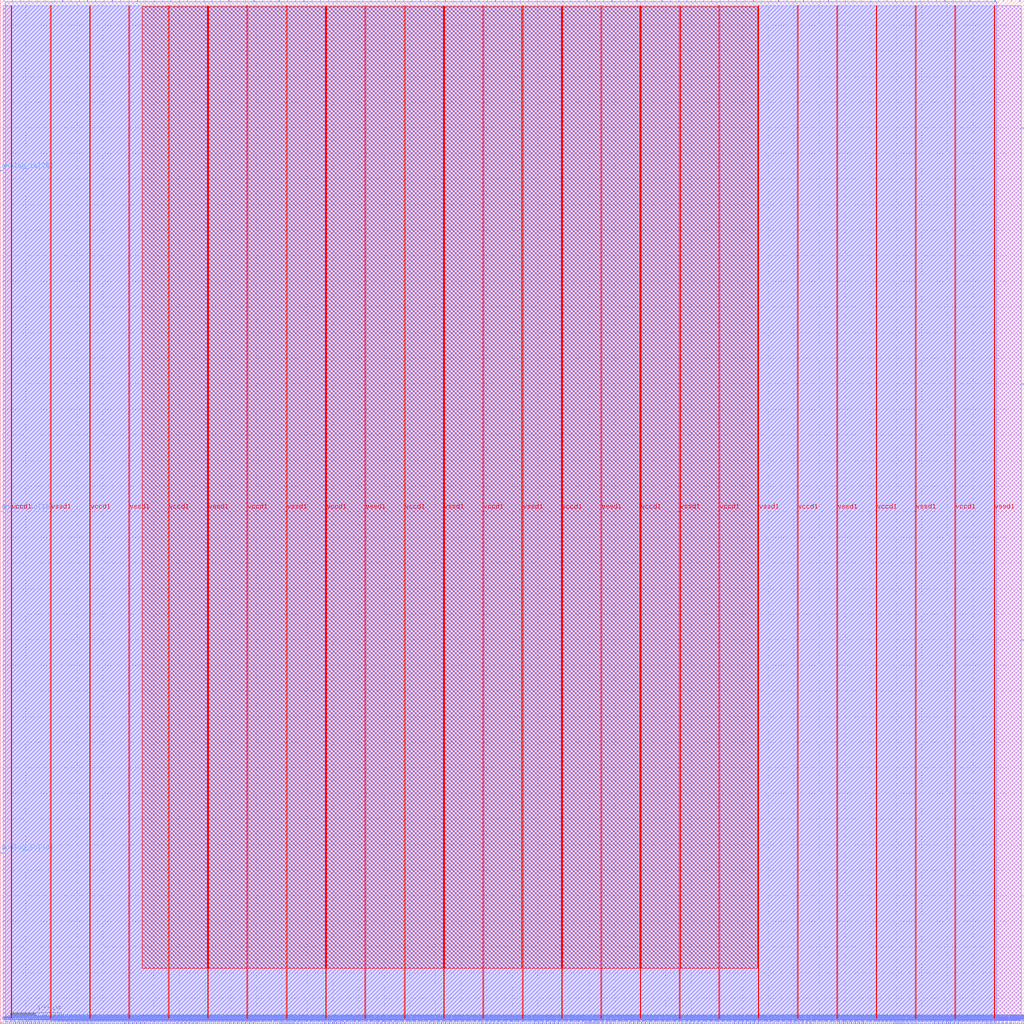
<source format=lef>
VERSION 5.7 ;
  NOWIREEXTENSIONATPIN ON ;
  DIVIDERCHAR "/" ;
  BUSBITCHARS "[]" ;
MACRO user_proj_dac
  CLASS BLOCK ;
  FOREIGN user_proj_dac ;
  ORIGIN 0.000 0.000 ;
  SIZE 2000.000 BY 2000.000 ;
  PIN analog_io[0]
    DIRECTION INOUT ;
    USE SIGNAL ;
    PORT
      LAYER met2 ;
        RECT 1950.490 0.000 1950.770 4.000 ;
    END
  END analog_io[0]
  PIN analog_io[10]
    DIRECTION INOUT ;
    USE SIGNAL ;
    PORT
      LAYER met3 ;
        RECT 0.000 333.240 4.000 333.840 ;
    END
  END analog_io[10]
  PIN analog_io[11]
    DIRECTION INOUT ;
    USE SIGNAL ;
    PORT
      LAYER met2 ;
        RECT 1926.570 1996.000 1926.850 2000.000 ;
    END
  END analog_io[11]
  PIN analog_io[12]
    DIRECTION INOUT ;
    USE SIGNAL ;
    PORT
      LAYER met2 ;
        RECT 1970.270 0.000 1970.550 4.000 ;
    END
  END analog_io[12]
  PIN analog_io[13]
    DIRECTION INOUT ;
    USE SIGNAL ;
    PORT
      LAYER met2 ;
        RECT 1973.950 0.000 1974.230 4.000 ;
    END
  END analog_io[13]
  PIN analog_io[14]
    DIRECTION INOUT ;
    USE SIGNAL ;
    PORT
      LAYER met3 ;
        RECT 1996.000 749.400 2000.000 750.000 ;
    END
  END analog_io[14]
  PIN analog_io[15]
    DIRECTION INOUT ;
    USE SIGNAL ;
    PORT
      LAYER met2 ;
        RECT 1978.090 0.000 1978.370 4.000 ;
    END
  END analog_io[15]
  PIN analog_io[16]
    DIRECTION INOUT ;
    USE SIGNAL ;
    PORT
      LAYER met2 ;
        RECT 1982.230 0.000 1982.510 4.000 ;
    END
  END analog_io[16]
  PIN analog_io[17]
    DIRECTION INOUT ;
    USE SIGNAL ;
    PORT
      LAYER met2 ;
        RECT 1942.670 1996.000 1942.950 2000.000 ;
    END
  END analog_io[17]
  PIN analog_io[18]
    DIRECTION INOUT ;
    USE SIGNAL ;
    PORT
      LAYER met2 ;
        RECT 1985.910 0.000 1986.190 4.000 ;
    END
  END analog_io[18]
  PIN analog_io[19]
    DIRECTION INOUT ;
    USE SIGNAL ;
    PORT
      LAYER met3 ;
        RECT 0.000 999.640 4.000 1000.240 ;
    END
  END analog_io[19]
  PIN analog_io[1]
    DIRECTION INOUT ;
    USE SIGNAL ;
    PORT
      LAYER met2 ;
        RECT 1954.630 0.000 1954.910 4.000 ;
    END
  END analog_io[1]
  PIN analog_io[20]
    DIRECTION INOUT ;
    USE SIGNAL ;
    PORT
      LAYER met2 ;
        RECT 1958.770 1996.000 1959.050 2000.000 ;
    END
  END analog_io[20]
  PIN analog_io[21]
    DIRECTION INOUT ;
    USE SIGNAL ;
    PORT
      LAYER met2 ;
        RECT 1990.050 0.000 1990.330 4.000 ;
    END
  END analog_io[21]
  PIN analog_io[22]
    DIRECTION INOUT ;
    USE SIGNAL ;
    PORT
      LAYER met2 ;
        RECT 1975.330 1996.000 1975.610 2000.000 ;
    END
  END analog_io[22]
  PIN analog_io[23]
    DIRECTION INOUT ;
    USE SIGNAL ;
    PORT
      LAYER met3 ;
        RECT 1996.000 1249.200 2000.000 1249.800 ;
    END
  END analog_io[23]
  PIN analog_io[24]
    DIRECTION INOUT ;
    USE SIGNAL ;
    PORT
      LAYER met2 ;
        RECT 1991.430 1996.000 1991.710 2000.000 ;
    END
  END analog_io[24]
  PIN analog_io[25]
    DIRECTION INOUT ;
    USE SIGNAL ;
    PORT
      LAYER met2 ;
        RECT 1993.730 0.000 1994.010 4.000 ;
    END
  END analog_io[25]
  PIN analog_io[26]
    DIRECTION INOUT ;
    USE SIGNAL ;
    PORT
      LAYER met3 ;
        RECT 0.000 1666.040 4.000 1666.640 ;
    END
  END analog_io[26]
  PIN analog_io[27]
    DIRECTION INOUT ;
    USE SIGNAL ;
    PORT
      LAYER met3 ;
        RECT 1996.000 1749.000 2000.000 1749.600 ;
    END
  END analog_io[27]
  PIN analog_io[28]
    DIRECTION INOUT ;
    USE SIGNAL ;
    PORT
      LAYER met2 ;
        RECT 1997.870 0.000 1998.150 4.000 ;
    END
  END analog_io[28]
  PIN analog_io[2]
    DIRECTION INOUT ;
    USE SIGNAL ;
    PORT
      LAYER met2 ;
        RECT 1958.310 0.000 1958.590 4.000 ;
    END
  END analog_io[2]
  PIN analog_io[3]
    DIRECTION INOUT ;
    USE SIGNAL ;
    PORT
      LAYER met2 ;
        RECT 1861.250 1996.000 1861.530 2000.000 ;
    END
  END analog_io[3]
  PIN analog_io[4]
    DIRECTION INOUT ;
    USE SIGNAL ;
    PORT
      LAYER met2 ;
        RECT 1962.450 0.000 1962.730 4.000 ;
    END
  END analog_io[4]
  PIN analog_io[5]
    DIRECTION INOUT ;
    USE SIGNAL ;
    PORT
      LAYER met2 ;
        RECT 1877.810 1996.000 1878.090 2000.000 ;
    END
  END analog_io[5]
  PIN analog_io[6]
    DIRECTION INOUT ;
    USE SIGNAL ;
    PORT
      LAYER met3 ;
        RECT 1996.000 249.600 2000.000 250.200 ;
    END
  END analog_io[6]
  PIN analog_io[7]
    DIRECTION INOUT ;
    USE SIGNAL ;
    PORT
      LAYER met2 ;
        RECT 1893.910 1996.000 1894.190 2000.000 ;
    END
  END analog_io[7]
  PIN analog_io[8]
    DIRECTION INOUT ;
    USE SIGNAL ;
    PORT
      LAYER met2 ;
        RECT 1910.010 1996.000 1910.290 2000.000 ;
    END
  END analog_io[8]
  PIN analog_io[9]
    DIRECTION INOUT ;
    USE SIGNAL ;
    PORT
      LAYER met2 ;
        RECT 1966.130 0.000 1966.410 4.000 ;
    END
  END analog_io[9]
  PIN io_in[0]
    DIRECTION INPUT ;
    USE SIGNAL ;
    PORT
      LAYER met2 ;
        RECT 7.910 1996.000 8.190 2000.000 ;
    END
  END io_in[0]
  PIN io_in[10]
    DIRECTION INPUT ;
    USE SIGNAL ;
    PORT
      LAYER met2 ;
        RECT 495.510 1996.000 495.790 2000.000 ;
    END
  END io_in[10]
  PIN io_in[11]
    DIRECTION INPUT ;
    USE SIGNAL ;
    PORT
      LAYER met2 ;
        RECT 544.270 1996.000 544.550 2000.000 ;
    END
  END io_in[11]
  PIN io_in[12]
    DIRECTION INPUT ;
    USE SIGNAL ;
    PORT
      LAYER met2 ;
        RECT 593.030 1996.000 593.310 2000.000 ;
    END
  END io_in[12]
  PIN io_in[13]
    DIRECTION INPUT ;
    USE SIGNAL ;
    PORT
      LAYER met2 ;
        RECT 641.790 1996.000 642.070 2000.000 ;
    END
  END io_in[13]
  PIN io_in[14]
    DIRECTION INPUT ;
    USE SIGNAL ;
    PORT
      LAYER met2 ;
        RECT 690.550 1996.000 690.830 2000.000 ;
    END
  END io_in[14]
  PIN io_in[15]
    DIRECTION INPUT ;
    USE SIGNAL ;
    PORT
      LAYER met2 ;
        RECT 739.310 1996.000 739.590 2000.000 ;
    END
  END io_in[15]
  PIN io_in[16]
    DIRECTION INPUT ;
    USE SIGNAL ;
    PORT
      LAYER met2 ;
        RECT 788.070 1996.000 788.350 2000.000 ;
    END
  END io_in[16]
  PIN io_in[17]
    DIRECTION INPUT ;
    USE SIGNAL ;
    PORT
      LAYER met2 ;
        RECT 836.830 1996.000 837.110 2000.000 ;
    END
  END io_in[17]
  PIN io_in[18]
    DIRECTION INPUT ;
    USE SIGNAL ;
    PORT
      LAYER met2 ;
        RECT 885.590 1996.000 885.870 2000.000 ;
    END
  END io_in[18]
  PIN io_in[19]
    DIRECTION INPUT ;
    USE SIGNAL ;
    PORT
      LAYER met2 ;
        RECT 934.350 1996.000 934.630 2000.000 ;
    END
  END io_in[19]
  PIN io_in[1]
    DIRECTION INPUT ;
    USE SIGNAL ;
    PORT
      LAYER met2 ;
        RECT 56.670 1996.000 56.950 2000.000 ;
    END
  END io_in[1]
  PIN io_in[20]
    DIRECTION INPUT ;
    USE SIGNAL ;
    PORT
      LAYER met2 ;
        RECT 983.110 1996.000 983.390 2000.000 ;
    END
  END io_in[20]
  PIN io_in[21]
    DIRECTION INPUT ;
    USE SIGNAL ;
    PORT
      LAYER met2 ;
        RECT 1032.330 1996.000 1032.610 2000.000 ;
    END
  END io_in[21]
  PIN io_in[22]
    DIRECTION INPUT ;
    USE SIGNAL ;
    PORT
      LAYER met2 ;
        RECT 1081.090 1996.000 1081.370 2000.000 ;
    END
  END io_in[22]
  PIN io_in[23]
    DIRECTION INPUT ;
    USE SIGNAL ;
    PORT
      LAYER met2 ;
        RECT 1129.850 1996.000 1130.130 2000.000 ;
    END
  END io_in[23]
  PIN io_in[24]
    DIRECTION INPUT ;
    USE SIGNAL ;
    PORT
      LAYER met2 ;
        RECT 1178.610 1996.000 1178.890 2000.000 ;
    END
  END io_in[24]
  PIN io_in[25]
    DIRECTION INPUT ;
    USE SIGNAL ;
    PORT
      LAYER met2 ;
        RECT 1227.370 1996.000 1227.650 2000.000 ;
    END
  END io_in[25]
  PIN io_in[26]
    DIRECTION INPUT ;
    USE SIGNAL ;
    PORT
      LAYER met2 ;
        RECT 1276.130 1996.000 1276.410 2000.000 ;
    END
  END io_in[26]
  PIN io_in[27]
    DIRECTION INPUT ;
    USE SIGNAL ;
    PORT
      LAYER met2 ;
        RECT 1324.890 1996.000 1325.170 2000.000 ;
    END
  END io_in[27]
  PIN io_in[28]
    DIRECTION INPUT ;
    USE SIGNAL ;
    PORT
      LAYER met2 ;
        RECT 1373.650 1996.000 1373.930 2000.000 ;
    END
  END io_in[28]
  PIN io_in[29]
    DIRECTION INPUT ;
    USE SIGNAL ;
    PORT
      LAYER met2 ;
        RECT 1422.410 1996.000 1422.690 2000.000 ;
    END
  END io_in[29]
  PIN io_in[2]
    DIRECTION INPUT ;
    USE SIGNAL ;
    PORT
      LAYER met2 ;
        RECT 105.430 1996.000 105.710 2000.000 ;
    END
  END io_in[2]
  PIN io_in[30]
    DIRECTION INPUT ;
    USE SIGNAL ;
    PORT
      LAYER met2 ;
        RECT 1471.170 1996.000 1471.450 2000.000 ;
    END
  END io_in[30]
  PIN io_in[31]
    DIRECTION INPUT ;
    USE SIGNAL ;
    PORT
      LAYER met2 ;
        RECT 1519.930 1996.000 1520.210 2000.000 ;
    END
  END io_in[31]
  PIN io_in[32]
    DIRECTION INPUT ;
    USE SIGNAL ;
    PORT
      LAYER met2 ;
        RECT 1568.690 1996.000 1568.970 2000.000 ;
    END
  END io_in[32]
  PIN io_in[33]
    DIRECTION INPUT ;
    USE SIGNAL ;
    PORT
      LAYER met2 ;
        RECT 1617.450 1996.000 1617.730 2000.000 ;
    END
  END io_in[33]
  PIN io_in[34]
    DIRECTION INPUT ;
    USE SIGNAL ;
    PORT
      LAYER met2 ;
        RECT 1666.210 1996.000 1666.490 2000.000 ;
    END
  END io_in[34]
  PIN io_in[35]
    DIRECTION INPUT ;
    USE SIGNAL ;
    PORT
      LAYER met2 ;
        RECT 1714.970 1996.000 1715.250 2000.000 ;
    END
  END io_in[35]
  PIN io_in[36]
    DIRECTION INPUT ;
    USE SIGNAL ;
    PORT
      LAYER met2 ;
        RECT 1763.730 1996.000 1764.010 2000.000 ;
    END
  END io_in[36]
  PIN io_in[37]
    DIRECTION INPUT ;
    USE SIGNAL ;
    PORT
      LAYER met2 ;
        RECT 1812.490 1996.000 1812.770 2000.000 ;
    END
  END io_in[37]
  PIN io_in[3]
    DIRECTION INPUT ;
    USE SIGNAL ;
    PORT
      LAYER met2 ;
        RECT 154.190 1996.000 154.470 2000.000 ;
    END
  END io_in[3]
  PIN io_in[4]
    DIRECTION INPUT ;
    USE SIGNAL ;
    PORT
      LAYER met2 ;
        RECT 202.950 1996.000 203.230 2000.000 ;
    END
  END io_in[4]
  PIN io_in[5]
    DIRECTION INPUT ;
    USE SIGNAL ;
    PORT
      LAYER met2 ;
        RECT 251.710 1996.000 251.990 2000.000 ;
    END
  END io_in[5]
  PIN io_in[6]
    DIRECTION INPUT ;
    USE SIGNAL ;
    PORT
      LAYER met2 ;
        RECT 300.470 1996.000 300.750 2000.000 ;
    END
  END io_in[6]
  PIN io_in[7]
    DIRECTION INPUT ;
    USE SIGNAL ;
    PORT
      LAYER met2 ;
        RECT 349.230 1996.000 349.510 2000.000 ;
    END
  END io_in[7]
  PIN io_in[8]
    DIRECTION INPUT ;
    USE SIGNAL ;
    PORT
      LAYER met2 ;
        RECT 397.990 1996.000 398.270 2000.000 ;
    END
  END io_in[8]
  PIN io_in[9]
    DIRECTION INPUT ;
    USE SIGNAL ;
    PORT
      LAYER met2 ;
        RECT 446.750 1996.000 447.030 2000.000 ;
    END
  END io_in[9]
  PIN io_oeb[0]
    DIRECTION OUTPUT TRISTATE ;
    USE SIGNAL ;
    PORT
      LAYER met2 ;
        RECT 24.010 1996.000 24.290 2000.000 ;
    END
  END io_oeb[0]
  PIN io_oeb[10]
    DIRECTION OUTPUT TRISTATE ;
    USE SIGNAL ;
    PORT
      LAYER met2 ;
        RECT 511.610 1996.000 511.890 2000.000 ;
    END
  END io_oeb[10]
  PIN io_oeb[11]
    DIRECTION OUTPUT TRISTATE ;
    USE SIGNAL ;
    PORT
      LAYER met2 ;
        RECT 560.370 1996.000 560.650 2000.000 ;
    END
  END io_oeb[11]
  PIN io_oeb[12]
    DIRECTION OUTPUT TRISTATE ;
    USE SIGNAL ;
    PORT
      LAYER met2 ;
        RECT 609.130 1996.000 609.410 2000.000 ;
    END
  END io_oeb[12]
  PIN io_oeb[13]
    DIRECTION OUTPUT TRISTATE ;
    USE SIGNAL ;
    PORT
      LAYER met2 ;
        RECT 657.890 1996.000 658.170 2000.000 ;
    END
  END io_oeb[13]
  PIN io_oeb[14]
    DIRECTION OUTPUT TRISTATE ;
    USE SIGNAL ;
    PORT
      LAYER met2 ;
        RECT 707.110 1996.000 707.390 2000.000 ;
    END
  END io_oeb[14]
  PIN io_oeb[15]
    DIRECTION OUTPUT TRISTATE ;
    USE SIGNAL ;
    PORT
      LAYER met2 ;
        RECT 755.870 1996.000 756.150 2000.000 ;
    END
  END io_oeb[15]
  PIN io_oeb[16]
    DIRECTION OUTPUT TRISTATE ;
    USE SIGNAL ;
    PORT
      LAYER met2 ;
        RECT 804.630 1996.000 804.910 2000.000 ;
    END
  END io_oeb[16]
  PIN io_oeb[17]
    DIRECTION OUTPUT TRISTATE ;
    USE SIGNAL ;
    PORT
      LAYER met2 ;
        RECT 853.390 1996.000 853.670 2000.000 ;
    END
  END io_oeb[17]
  PIN io_oeb[18]
    DIRECTION OUTPUT TRISTATE ;
    USE SIGNAL ;
    PORT
      LAYER met2 ;
        RECT 902.150 1996.000 902.430 2000.000 ;
    END
  END io_oeb[18]
  PIN io_oeb[19]
    DIRECTION OUTPUT TRISTATE ;
    USE SIGNAL ;
    PORT
      LAYER met2 ;
        RECT 950.910 1996.000 951.190 2000.000 ;
    END
  END io_oeb[19]
  PIN io_oeb[1]
    DIRECTION OUTPUT TRISTATE ;
    USE SIGNAL ;
    PORT
      LAYER met2 ;
        RECT 72.770 1996.000 73.050 2000.000 ;
    END
  END io_oeb[1]
  PIN io_oeb[20]
    DIRECTION OUTPUT TRISTATE ;
    USE SIGNAL ;
    PORT
      LAYER met2 ;
        RECT 999.670 1996.000 999.950 2000.000 ;
    END
  END io_oeb[20]
  PIN io_oeb[21]
    DIRECTION OUTPUT TRISTATE ;
    USE SIGNAL ;
    PORT
      LAYER met2 ;
        RECT 1048.430 1996.000 1048.710 2000.000 ;
    END
  END io_oeb[21]
  PIN io_oeb[22]
    DIRECTION OUTPUT TRISTATE ;
    USE SIGNAL ;
    PORT
      LAYER met2 ;
        RECT 1097.190 1996.000 1097.470 2000.000 ;
    END
  END io_oeb[22]
  PIN io_oeb[23]
    DIRECTION OUTPUT TRISTATE ;
    USE SIGNAL ;
    PORT
      LAYER met2 ;
        RECT 1145.950 1996.000 1146.230 2000.000 ;
    END
  END io_oeb[23]
  PIN io_oeb[24]
    DIRECTION OUTPUT TRISTATE ;
    USE SIGNAL ;
    PORT
      LAYER met2 ;
        RECT 1194.710 1996.000 1194.990 2000.000 ;
    END
  END io_oeb[24]
  PIN io_oeb[25]
    DIRECTION OUTPUT TRISTATE ;
    USE SIGNAL ;
    PORT
      LAYER met2 ;
        RECT 1243.470 1996.000 1243.750 2000.000 ;
    END
  END io_oeb[25]
  PIN io_oeb[26]
    DIRECTION OUTPUT TRISTATE ;
    USE SIGNAL ;
    PORT
      LAYER met2 ;
        RECT 1292.230 1996.000 1292.510 2000.000 ;
    END
  END io_oeb[26]
  PIN io_oeb[27]
    DIRECTION OUTPUT TRISTATE ;
    USE SIGNAL ;
    PORT
      LAYER met2 ;
        RECT 1340.990 1996.000 1341.270 2000.000 ;
    END
  END io_oeb[27]
  PIN io_oeb[28]
    DIRECTION OUTPUT TRISTATE ;
    USE SIGNAL ;
    PORT
      LAYER met2 ;
        RECT 1389.750 1996.000 1390.030 2000.000 ;
    END
  END io_oeb[28]
  PIN io_oeb[29]
    DIRECTION OUTPUT TRISTATE ;
    USE SIGNAL ;
    PORT
      LAYER met2 ;
        RECT 1438.510 1996.000 1438.790 2000.000 ;
    END
  END io_oeb[29]
  PIN io_oeb[2]
    DIRECTION OUTPUT TRISTATE ;
    USE SIGNAL ;
    PORT
      LAYER met2 ;
        RECT 121.530 1996.000 121.810 2000.000 ;
    END
  END io_oeb[2]
  PIN io_oeb[30]
    DIRECTION OUTPUT TRISTATE ;
    USE SIGNAL ;
    PORT
      LAYER met2 ;
        RECT 1487.270 1996.000 1487.550 2000.000 ;
    END
  END io_oeb[30]
  PIN io_oeb[31]
    DIRECTION OUTPUT TRISTATE ;
    USE SIGNAL ;
    PORT
      LAYER met2 ;
        RECT 1536.030 1996.000 1536.310 2000.000 ;
    END
  END io_oeb[31]
  PIN io_oeb[32]
    DIRECTION OUTPUT TRISTATE ;
    USE SIGNAL ;
    PORT
      LAYER met2 ;
        RECT 1584.790 1996.000 1585.070 2000.000 ;
    END
  END io_oeb[32]
  PIN io_oeb[33]
    DIRECTION OUTPUT TRISTATE ;
    USE SIGNAL ;
    PORT
      LAYER met2 ;
        RECT 1633.550 1996.000 1633.830 2000.000 ;
    END
  END io_oeb[33]
  PIN io_oeb[34]
    DIRECTION OUTPUT TRISTATE ;
    USE SIGNAL ;
    PORT
      LAYER met2 ;
        RECT 1682.770 1996.000 1683.050 2000.000 ;
    END
  END io_oeb[34]
  PIN io_oeb[35]
    DIRECTION OUTPUT TRISTATE ;
    USE SIGNAL ;
    PORT
      LAYER met2 ;
        RECT 1731.530 1996.000 1731.810 2000.000 ;
    END
  END io_oeb[35]
  PIN io_oeb[36]
    DIRECTION OUTPUT TRISTATE ;
    USE SIGNAL ;
    PORT
      LAYER met2 ;
        RECT 1780.290 1996.000 1780.570 2000.000 ;
    END
  END io_oeb[36]
  PIN io_oeb[37]
    DIRECTION OUTPUT TRISTATE ;
    USE SIGNAL ;
    PORT
      LAYER met2 ;
        RECT 1829.050 1996.000 1829.330 2000.000 ;
    END
  END io_oeb[37]
  PIN io_oeb[3]
    DIRECTION OUTPUT TRISTATE ;
    USE SIGNAL ;
    PORT
      LAYER met2 ;
        RECT 170.290 1996.000 170.570 2000.000 ;
    END
  END io_oeb[3]
  PIN io_oeb[4]
    DIRECTION OUTPUT TRISTATE ;
    USE SIGNAL ;
    PORT
      LAYER met2 ;
        RECT 219.050 1996.000 219.330 2000.000 ;
    END
  END io_oeb[4]
  PIN io_oeb[5]
    DIRECTION OUTPUT TRISTATE ;
    USE SIGNAL ;
    PORT
      LAYER met2 ;
        RECT 267.810 1996.000 268.090 2000.000 ;
    END
  END io_oeb[5]
  PIN io_oeb[6]
    DIRECTION OUTPUT TRISTATE ;
    USE SIGNAL ;
    PORT
      LAYER met2 ;
        RECT 316.570 1996.000 316.850 2000.000 ;
    END
  END io_oeb[6]
  PIN io_oeb[7]
    DIRECTION OUTPUT TRISTATE ;
    USE SIGNAL ;
    PORT
      LAYER met2 ;
        RECT 365.330 1996.000 365.610 2000.000 ;
    END
  END io_oeb[7]
  PIN io_oeb[8]
    DIRECTION OUTPUT TRISTATE ;
    USE SIGNAL ;
    PORT
      LAYER met2 ;
        RECT 414.090 1996.000 414.370 2000.000 ;
    END
  END io_oeb[8]
  PIN io_oeb[9]
    DIRECTION OUTPUT TRISTATE ;
    USE SIGNAL ;
    PORT
      LAYER met2 ;
        RECT 462.850 1996.000 463.130 2000.000 ;
    END
  END io_oeb[9]
  PIN io_out[0]
    DIRECTION OUTPUT TRISTATE ;
    USE SIGNAL ;
    PORT
      LAYER met2 ;
        RECT 40.110 1996.000 40.390 2000.000 ;
    END
  END io_out[0]
  PIN io_out[10]
    DIRECTION OUTPUT TRISTATE ;
    USE SIGNAL ;
    PORT
      LAYER met2 ;
        RECT 528.170 1996.000 528.450 2000.000 ;
    END
  END io_out[10]
  PIN io_out[11]
    DIRECTION OUTPUT TRISTATE ;
    USE SIGNAL ;
    PORT
      LAYER met2 ;
        RECT 576.930 1996.000 577.210 2000.000 ;
    END
  END io_out[11]
  PIN io_out[12]
    DIRECTION OUTPUT TRISTATE ;
    USE SIGNAL ;
    PORT
      LAYER met2 ;
        RECT 625.690 1996.000 625.970 2000.000 ;
    END
  END io_out[12]
  PIN io_out[13]
    DIRECTION OUTPUT TRISTATE ;
    USE SIGNAL ;
    PORT
      LAYER met2 ;
        RECT 674.450 1996.000 674.730 2000.000 ;
    END
  END io_out[13]
  PIN io_out[14]
    DIRECTION OUTPUT TRISTATE ;
    USE SIGNAL ;
    PORT
      LAYER met2 ;
        RECT 723.210 1996.000 723.490 2000.000 ;
    END
  END io_out[14]
  PIN io_out[15]
    DIRECTION OUTPUT TRISTATE ;
    USE SIGNAL ;
    PORT
      LAYER met2 ;
        RECT 771.970 1996.000 772.250 2000.000 ;
    END
  END io_out[15]
  PIN io_out[16]
    DIRECTION OUTPUT TRISTATE ;
    USE SIGNAL ;
    PORT
      LAYER met2 ;
        RECT 820.730 1996.000 821.010 2000.000 ;
    END
  END io_out[16]
  PIN io_out[17]
    DIRECTION OUTPUT TRISTATE ;
    USE SIGNAL ;
    PORT
      LAYER met2 ;
        RECT 869.490 1996.000 869.770 2000.000 ;
    END
  END io_out[17]
  PIN io_out[18]
    DIRECTION OUTPUT TRISTATE ;
    USE SIGNAL ;
    PORT
      LAYER met2 ;
        RECT 918.250 1996.000 918.530 2000.000 ;
    END
  END io_out[18]
  PIN io_out[19]
    DIRECTION OUTPUT TRISTATE ;
    USE SIGNAL ;
    PORT
      LAYER met2 ;
        RECT 967.010 1996.000 967.290 2000.000 ;
    END
  END io_out[19]
  PIN io_out[1]
    DIRECTION OUTPUT TRISTATE ;
    USE SIGNAL ;
    PORT
      LAYER met2 ;
        RECT 88.870 1996.000 89.150 2000.000 ;
    END
  END io_out[1]
  PIN io_out[20]
    DIRECTION OUTPUT TRISTATE ;
    USE SIGNAL ;
    PORT
      LAYER met2 ;
        RECT 1015.770 1996.000 1016.050 2000.000 ;
    END
  END io_out[20]
  PIN io_out[21]
    DIRECTION OUTPUT TRISTATE ;
    USE SIGNAL ;
    PORT
      LAYER met2 ;
        RECT 1064.530 1996.000 1064.810 2000.000 ;
    END
  END io_out[21]
  PIN io_out[22]
    DIRECTION OUTPUT TRISTATE ;
    USE SIGNAL ;
    PORT
      LAYER met2 ;
        RECT 1113.290 1996.000 1113.570 2000.000 ;
    END
  END io_out[22]
  PIN io_out[23]
    DIRECTION OUTPUT TRISTATE ;
    USE SIGNAL ;
    PORT
      LAYER met2 ;
        RECT 1162.050 1996.000 1162.330 2000.000 ;
    END
  END io_out[23]
  PIN io_out[24]
    DIRECTION OUTPUT TRISTATE ;
    USE SIGNAL ;
    PORT
      LAYER met2 ;
        RECT 1210.810 1996.000 1211.090 2000.000 ;
    END
  END io_out[24]
  PIN io_out[25]
    DIRECTION OUTPUT TRISTATE ;
    USE SIGNAL ;
    PORT
      LAYER met2 ;
        RECT 1259.570 1996.000 1259.850 2000.000 ;
    END
  END io_out[25]
  PIN io_out[26]
    DIRECTION OUTPUT TRISTATE ;
    USE SIGNAL ;
    PORT
      LAYER met2 ;
        RECT 1308.330 1996.000 1308.610 2000.000 ;
    END
  END io_out[26]
  PIN io_out[27]
    DIRECTION OUTPUT TRISTATE ;
    USE SIGNAL ;
    PORT
      LAYER met2 ;
        RECT 1357.550 1996.000 1357.830 2000.000 ;
    END
  END io_out[27]
  PIN io_out[28]
    DIRECTION OUTPUT TRISTATE ;
    USE SIGNAL ;
    PORT
      LAYER met2 ;
        RECT 1406.310 1996.000 1406.590 2000.000 ;
    END
  END io_out[28]
  PIN io_out[29]
    DIRECTION OUTPUT TRISTATE ;
    USE SIGNAL ;
    PORT
      LAYER met2 ;
        RECT 1455.070 1996.000 1455.350 2000.000 ;
    END
  END io_out[29]
  PIN io_out[2]
    DIRECTION OUTPUT TRISTATE ;
    USE SIGNAL ;
    PORT
      LAYER met2 ;
        RECT 137.630 1996.000 137.910 2000.000 ;
    END
  END io_out[2]
  PIN io_out[30]
    DIRECTION OUTPUT TRISTATE ;
    USE SIGNAL ;
    PORT
      LAYER met2 ;
        RECT 1503.830 1996.000 1504.110 2000.000 ;
    END
  END io_out[30]
  PIN io_out[31]
    DIRECTION OUTPUT TRISTATE ;
    USE SIGNAL ;
    PORT
      LAYER met2 ;
        RECT 1552.590 1996.000 1552.870 2000.000 ;
    END
  END io_out[31]
  PIN io_out[32]
    DIRECTION OUTPUT TRISTATE ;
    USE SIGNAL ;
    PORT
      LAYER met2 ;
        RECT 1601.350 1996.000 1601.630 2000.000 ;
    END
  END io_out[32]
  PIN io_out[33]
    DIRECTION OUTPUT TRISTATE ;
    USE SIGNAL ;
    PORT
      LAYER met2 ;
        RECT 1650.110 1996.000 1650.390 2000.000 ;
    END
  END io_out[33]
  PIN io_out[34]
    DIRECTION OUTPUT TRISTATE ;
    USE SIGNAL ;
    PORT
      LAYER met2 ;
        RECT 1698.870 1996.000 1699.150 2000.000 ;
    END
  END io_out[34]
  PIN io_out[35]
    DIRECTION OUTPUT TRISTATE ;
    USE SIGNAL ;
    PORT
      LAYER met2 ;
        RECT 1747.630 1996.000 1747.910 2000.000 ;
    END
  END io_out[35]
  PIN io_out[36]
    DIRECTION OUTPUT TRISTATE ;
    USE SIGNAL ;
    PORT
      LAYER met2 ;
        RECT 1796.390 1996.000 1796.670 2000.000 ;
    END
  END io_out[36]
  PIN io_out[37]
    DIRECTION OUTPUT TRISTATE ;
    USE SIGNAL ;
    PORT
      LAYER met2 ;
        RECT 1845.150 1996.000 1845.430 2000.000 ;
    END
  END io_out[37]
  PIN io_out[3]
    DIRECTION OUTPUT TRISTATE ;
    USE SIGNAL ;
    PORT
      LAYER met2 ;
        RECT 186.390 1996.000 186.670 2000.000 ;
    END
  END io_out[3]
  PIN io_out[4]
    DIRECTION OUTPUT TRISTATE ;
    USE SIGNAL ;
    PORT
      LAYER met2 ;
        RECT 235.150 1996.000 235.430 2000.000 ;
    END
  END io_out[4]
  PIN io_out[5]
    DIRECTION OUTPUT TRISTATE ;
    USE SIGNAL ;
    PORT
      LAYER met2 ;
        RECT 283.910 1996.000 284.190 2000.000 ;
    END
  END io_out[5]
  PIN io_out[6]
    DIRECTION OUTPUT TRISTATE ;
    USE SIGNAL ;
    PORT
      LAYER met2 ;
        RECT 332.670 1996.000 332.950 2000.000 ;
    END
  END io_out[6]
  PIN io_out[7]
    DIRECTION OUTPUT TRISTATE ;
    USE SIGNAL ;
    PORT
      LAYER met2 ;
        RECT 381.890 1996.000 382.170 2000.000 ;
    END
  END io_out[7]
  PIN io_out[8]
    DIRECTION OUTPUT TRISTATE ;
    USE SIGNAL ;
    PORT
      LAYER met2 ;
        RECT 430.650 1996.000 430.930 2000.000 ;
    END
  END io_out[8]
  PIN io_out[9]
    DIRECTION OUTPUT TRISTATE ;
    USE SIGNAL ;
    PORT
      LAYER met2 ;
        RECT 479.410 1996.000 479.690 2000.000 ;
    END
  END io_out[9]
  PIN irq[0]
    DIRECTION OUTPUT TRISTATE ;
    USE SIGNAL ;
    PORT
      LAYER met2 ;
        RECT 1934.850 0.000 1935.130 4.000 ;
    END
  END irq[0]
  PIN irq[1]
    DIRECTION OUTPUT TRISTATE ;
    USE SIGNAL ;
    PORT
      LAYER met2 ;
        RECT 1938.530 0.000 1938.810 4.000 ;
    END
  END irq[1]
  PIN irq[2]
    DIRECTION OUTPUT TRISTATE ;
    USE SIGNAL ;
    PORT
      LAYER met2 ;
        RECT 1942.670 0.000 1942.950 4.000 ;
    END
  END irq[2]
  PIN la_data_in[0]
    DIRECTION INPUT ;
    USE SIGNAL ;
    PORT
      LAYER met2 ;
        RECT 420.070 0.000 420.350 4.000 ;
    END
  END la_data_in[0]
  PIN la_data_in[100]
    DIRECTION INPUT ;
    USE SIGNAL ;
    PORT
      LAYER met2 ;
        RECT 1603.190 0.000 1603.470 4.000 ;
    END
  END la_data_in[100]
  PIN la_data_in[101]
    DIRECTION INPUT ;
    USE SIGNAL ;
    PORT
      LAYER met2 ;
        RECT 1615.150 0.000 1615.430 4.000 ;
    END
  END la_data_in[101]
  PIN la_data_in[102]
    DIRECTION INPUT ;
    USE SIGNAL ;
    PORT
      LAYER met2 ;
        RECT 1627.110 0.000 1627.390 4.000 ;
    END
  END la_data_in[102]
  PIN la_data_in[103]
    DIRECTION INPUT ;
    USE SIGNAL ;
    PORT
      LAYER met2 ;
        RECT 1639.070 0.000 1639.350 4.000 ;
    END
  END la_data_in[103]
  PIN la_data_in[104]
    DIRECTION INPUT ;
    USE SIGNAL ;
    PORT
      LAYER met2 ;
        RECT 1650.570 0.000 1650.850 4.000 ;
    END
  END la_data_in[104]
  PIN la_data_in[105]
    DIRECTION INPUT ;
    USE SIGNAL ;
    PORT
      LAYER met2 ;
        RECT 1662.530 0.000 1662.810 4.000 ;
    END
  END la_data_in[105]
  PIN la_data_in[106]
    DIRECTION INPUT ;
    USE SIGNAL ;
    PORT
      LAYER met2 ;
        RECT 1674.490 0.000 1674.770 4.000 ;
    END
  END la_data_in[106]
  PIN la_data_in[107]
    DIRECTION INPUT ;
    USE SIGNAL ;
    PORT
      LAYER met2 ;
        RECT 1685.990 0.000 1686.270 4.000 ;
    END
  END la_data_in[107]
  PIN la_data_in[108]
    DIRECTION INPUT ;
    USE SIGNAL ;
    PORT
      LAYER met2 ;
        RECT 1697.950 0.000 1698.230 4.000 ;
    END
  END la_data_in[108]
  PIN la_data_in[109]
    DIRECTION INPUT ;
    USE SIGNAL ;
    PORT
      LAYER met2 ;
        RECT 1709.910 0.000 1710.190 4.000 ;
    END
  END la_data_in[109]
  PIN la_data_in[10]
    DIRECTION INPUT ;
    USE SIGNAL ;
    PORT
      LAYER met2 ;
        RECT 538.290 0.000 538.570 4.000 ;
    END
  END la_data_in[10]
  PIN la_data_in[110]
    DIRECTION INPUT ;
    USE SIGNAL ;
    PORT
      LAYER met2 ;
        RECT 1721.870 0.000 1722.150 4.000 ;
    END
  END la_data_in[110]
  PIN la_data_in[111]
    DIRECTION INPUT ;
    USE SIGNAL ;
    PORT
      LAYER met2 ;
        RECT 1733.370 0.000 1733.650 4.000 ;
    END
  END la_data_in[111]
  PIN la_data_in[112]
    DIRECTION INPUT ;
    USE SIGNAL ;
    PORT
      LAYER met2 ;
        RECT 1745.330 0.000 1745.610 4.000 ;
    END
  END la_data_in[112]
  PIN la_data_in[113]
    DIRECTION INPUT ;
    USE SIGNAL ;
    PORT
      LAYER met2 ;
        RECT 1757.290 0.000 1757.570 4.000 ;
    END
  END la_data_in[113]
  PIN la_data_in[114]
    DIRECTION INPUT ;
    USE SIGNAL ;
    PORT
      LAYER met2 ;
        RECT 1769.250 0.000 1769.530 4.000 ;
    END
  END la_data_in[114]
  PIN la_data_in[115]
    DIRECTION INPUT ;
    USE SIGNAL ;
    PORT
      LAYER met2 ;
        RECT 1780.750 0.000 1781.030 4.000 ;
    END
  END la_data_in[115]
  PIN la_data_in[116]
    DIRECTION INPUT ;
    USE SIGNAL ;
    PORT
      LAYER met2 ;
        RECT 1792.710 0.000 1792.990 4.000 ;
    END
  END la_data_in[116]
  PIN la_data_in[117]
    DIRECTION INPUT ;
    USE SIGNAL ;
    PORT
      LAYER met2 ;
        RECT 1804.670 0.000 1804.950 4.000 ;
    END
  END la_data_in[117]
  PIN la_data_in[118]
    DIRECTION INPUT ;
    USE SIGNAL ;
    PORT
      LAYER met2 ;
        RECT 1816.170 0.000 1816.450 4.000 ;
    END
  END la_data_in[118]
  PIN la_data_in[119]
    DIRECTION INPUT ;
    USE SIGNAL ;
    PORT
      LAYER met2 ;
        RECT 1828.130 0.000 1828.410 4.000 ;
    END
  END la_data_in[119]
  PIN la_data_in[11]
    DIRECTION INPUT ;
    USE SIGNAL ;
    PORT
      LAYER met2 ;
        RECT 550.250 0.000 550.530 4.000 ;
    END
  END la_data_in[11]
  PIN la_data_in[120]
    DIRECTION INPUT ;
    USE SIGNAL ;
    PORT
      LAYER met2 ;
        RECT 1840.090 0.000 1840.370 4.000 ;
    END
  END la_data_in[120]
  PIN la_data_in[121]
    DIRECTION INPUT ;
    USE SIGNAL ;
    PORT
      LAYER met2 ;
        RECT 1852.050 0.000 1852.330 4.000 ;
    END
  END la_data_in[121]
  PIN la_data_in[122]
    DIRECTION INPUT ;
    USE SIGNAL ;
    PORT
      LAYER met2 ;
        RECT 1863.550 0.000 1863.830 4.000 ;
    END
  END la_data_in[122]
  PIN la_data_in[123]
    DIRECTION INPUT ;
    USE SIGNAL ;
    PORT
      LAYER met2 ;
        RECT 1875.510 0.000 1875.790 4.000 ;
    END
  END la_data_in[123]
  PIN la_data_in[124]
    DIRECTION INPUT ;
    USE SIGNAL ;
    PORT
      LAYER met2 ;
        RECT 1887.470 0.000 1887.750 4.000 ;
    END
  END la_data_in[124]
  PIN la_data_in[125]
    DIRECTION INPUT ;
    USE SIGNAL ;
    PORT
      LAYER met2 ;
        RECT 1899.430 0.000 1899.710 4.000 ;
    END
  END la_data_in[125]
  PIN la_data_in[126]
    DIRECTION INPUT ;
    USE SIGNAL ;
    PORT
      LAYER met2 ;
        RECT 1910.930 0.000 1911.210 4.000 ;
    END
  END la_data_in[126]
  PIN la_data_in[127]
    DIRECTION INPUT ;
    USE SIGNAL ;
    PORT
      LAYER met2 ;
        RECT 1922.890 0.000 1923.170 4.000 ;
    END
  END la_data_in[127]
  PIN la_data_in[12]
    DIRECTION INPUT ;
    USE SIGNAL ;
    PORT
      LAYER met2 ;
        RECT 561.750 0.000 562.030 4.000 ;
    END
  END la_data_in[12]
  PIN la_data_in[13]
    DIRECTION INPUT ;
    USE SIGNAL ;
    PORT
      LAYER met2 ;
        RECT 573.710 0.000 573.990 4.000 ;
    END
  END la_data_in[13]
  PIN la_data_in[14]
    DIRECTION INPUT ;
    USE SIGNAL ;
    PORT
      LAYER met2 ;
        RECT 585.670 0.000 585.950 4.000 ;
    END
  END la_data_in[14]
  PIN la_data_in[15]
    DIRECTION INPUT ;
    USE SIGNAL ;
    PORT
      LAYER met2 ;
        RECT 597.170 0.000 597.450 4.000 ;
    END
  END la_data_in[15]
  PIN la_data_in[16]
    DIRECTION INPUT ;
    USE SIGNAL ;
    PORT
      LAYER met2 ;
        RECT 609.130 0.000 609.410 4.000 ;
    END
  END la_data_in[16]
  PIN la_data_in[17]
    DIRECTION INPUT ;
    USE SIGNAL ;
    PORT
      LAYER met2 ;
        RECT 621.090 0.000 621.370 4.000 ;
    END
  END la_data_in[17]
  PIN la_data_in[18]
    DIRECTION INPUT ;
    USE SIGNAL ;
    PORT
      LAYER met2 ;
        RECT 633.050 0.000 633.330 4.000 ;
    END
  END la_data_in[18]
  PIN la_data_in[19]
    DIRECTION INPUT ;
    USE SIGNAL ;
    PORT
      LAYER met2 ;
        RECT 644.550 0.000 644.830 4.000 ;
    END
  END la_data_in[19]
  PIN la_data_in[1]
    DIRECTION INPUT ;
    USE SIGNAL ;
    PORT
      LAYER met2 ;
        RECT 431.570 0.000 431.850 4.000 ;
    END
  END la_data_in[1]
  PIN la_data_in[20]
    DIRECTION INPUT ;
    USE SIGNAL ;
    PORT
      LAYER met2 ;
        RECT 656.510 0.000 656.790 4.000 ;
    END
  END la_data_in[20]
  PIN la_data_in[21]
    DIRECTION INPUT ;
    USE SIGNAL ;
    PORT
      LAYER met2 ;
        RECT 668.470 0.000 668.750 4.000 ;
    END
  END la_data_in[21]
  PIN la_data_in[22]
    DIRECTION INPUT ;
    USE SIGNAL ;
    PORT
      LAYER met2 ;
        RECT 680.430 0.000 680.710 4.000 ;
    END
  END la_data_in[22]
  PIN la_data_in[23]
    DIRECTION INPUT ;
    USE SIGNAL ;
    PORT
      LAYER met2 ;
        RECT 691.930 0.000 692.210 4.000 ;
    END
  END la_data_in[23]
  PIN la_data_in[24]
    DIRECTION INPUT ;
    USE SIGNAL ;
    PORT
      LAYER met2 ;
        RECT 703.890 0.000 704.170 4.000 ;
    END
  END la_data_in[24]
  PIN la_data_in[25]
    DIRECTION INPUT ;
    USE SIGNAL ;
    PORT
      LAYER met2 ;
        RECT 715.850 0.000 716.130 4.000 ;
    END
  END la_data_in[25]
  PIN la_data_in[26]
    DIRECTION INPUT ;
    USE SIGNAL ;
    PORT
      LAYER met2 ;
        RECT 727.350 0.000 727.630 4.000 ;
    END
  END la_data_in[26]
  PIN la_data_in[27]
    DIRECTION INPUT ;
    USE SIGNAL ;
    PORT
      LAYER met2 ;
        RECT 739.310 0.000 739.590 4.000 ;
    END
  END la_data_in[27]
  PIN la_data_in[28]
    DIRECTION INPUT ;
    USE SIGNAL ;
    PORT
      LAYER met2 ;
        RECT 751.270 0.000 751.550 4.000 ;
    END
  END la_data_in[28]
  PIN la_data_in[29]
    DIRECTION INPUT ;
    USE SIGNAL ;
    PORT
      LAYER met2 ;
        RECT 763.230 0.000 763.510 4.000 ;
    END
  END la_data_in[29]
  PIN la_data_in[2]
    DIRECTION INPUT ;
    USE SIGNAL ;
    PORT
      LAYER met2 ;
        RECT 443.530 0.000 443.810 4.000 ;
    END
  END la_data_in[2]
  PIN la_data_in[30]
    DIRECTION INPUT ;
    USE SIGNAL ;
    PORT
      LAYER met2 ;
        RECT 774.730 0.000 775.010 4.000 ;
    END
  END la_data_in[30]
  PIN la_data_in[31]
    DIRECTION INPUT ;
    USE SIGNAL ;
    PORT
      LAYER met2 ;
        RECT 786.690 0.000 786.970 4.000 ;
    END
  END la_data_in[31]
  PIN la_data_in[32]
    DIRECTION INPUT ;
    USE SIGNAL ;
    PORT
      LAYER met2 ;
        RECT 798.650 0.000 798.930 4.000 ;
    END
  END la_data_in[32]
  PIN la_data_in[33]
    DIRECTION INPUT ;
    USE SIGNAL ;
    PORT
      LAYER met2 ;
        RECT 810.610 0.000 810.890 4.000 ;
    END
  END la_data_in[33]
  PIN la_data_in[34]
    DIRECTION INPUT ;
    USE SIGNAL ;
    PORT
      LAYER met2 ;
        RECT 822.110 0.000 822.390 4.000 ;
    END
  END la_data_in[34]
  PIN la_data_in[35]
    DIRECTION INPUT ;
    USE SIGNAL ;
    PORT
      LAYER met2 ;
        RECT 834.070 0.000 834.350 4.000 ;
    END
  END la_data_in[35]
  PIN la_data_in[36]
    DIRECTION INPUT ;
    USE SIGNAL ;
    PORT
      LAYER met2 ;
        RECT 846.030 0.000 846.310 4.000 ;
    END
  END la_data_in[36]
  PIN la_data_in[37]
    DIRECTION INPUT ;
    USE SIGNAL ;
    PORT
      LAYER met2 ;
        RECT 857.530 0.000 857.810 4.000 ;
    END
  END la_data_in[37]
  PIN la_data_in[38]
    DIRECTION INPUT ;
    USE SIGNAL ;
    PORT
      LAYER met2 ;
        RECT 869.490 0.000 869.770 4.000 ;
    END
  END la_data_in[38]
  PIN la_data_in[39]
    DIRECTION INPUT ;
    USE SIGNAL ;
    PORT
      LAYER met2 ;
        RECT 881.450 0.000 881.730 4.000 ;
    END
  END la_data_in[39]
  PIN la_data_in[3]
    DIRECTION INPUT ;
    USE SIGNAL ;
    PORT
      LAYER met2 ;
        RECT 455.490 0.000 455.770 4.000 ;
    END
  END la_data_in[3]
  PIN la_data_in[40]
    DIRECTION INPUT ;
    USE SIGNAL ;
    PORT
      LAYER met2 ;
        RECT 893.410 0.000 893.690 4.000 ;
    END
  END la_data_in[40]
  PIN la_data_in[41]
    DIRECTION INPUT ;
    USE SIGNAL ;
    PORT
      LAYER met2 ;
        RECT 904.910 0.000 905.190 4.000 ;
    END
  END la_data_in[41]
  PIN la_data_in[42]
    DIRECTION INPUT ;
    USE SIGNAL ;
    PORT
      LAYER met2 ;
        RECT 916.870 0.000 917.150 4.000 ;
    END
  END la_data_in[42]
  PIN la_data_in[43]
    DIRECTION INPUT ;
    USE SIGNAL ;
    PORT
      LAYER met2 ;
        RECT 928.830 0.000 929.110 4.000 ;
    END
  END la_data_in[43]
  PIN la_data_in[44]
    DIRECTION INPUT ;
    USE SIGNAL ;
    PORT
      LAYER met2 ;
        RECT 940.790 0.000 941.070 4.000 ;
    END
  END la_data_in[44]
  PIN la_data_in[45]
    DIRECTION INPUT ;
    USE SIGNAL ;
    PORT
      LAYER met2 ;
        RECT 952.290 0.000 952.570 4.000 ;
    END
  END la_data_in[45]
  PIN la_data_in[46]
    DIRECTION INPUT ;
    USE SIGNAL ;
    PORT
      LAYER met2 ;
        RECT 964.250 0.000 964.530 4.000 ;
    END
  END la_data_in[46]
  PIN la_data_in[47]
    DIRECTION INPUT ;
    USE SIGNAL ;
    PORT
      LAYER met2 ;
        RECT 976.210 0.000 976.490 4.000 ;
    END
  END la_data_in[47]
  PIN la_data_in[48]
    DIRECTION INPUT ;
    USE SIGNAL ;
    PORT
      LAYER met2 ;
        RECT 987.710 0.000 987.990 4.000 ;
    END
  END la_data_in[48]
  PIN la_data_in[49]
    DIRECTION INPUT ;
    USE SIGNAL ;
    PORT
      LAYER met2 ;
        RECT 999.670 0.000 999.950 4.000 ;
    END
  END la_data_in[49]
  PIN la_data_in[4]
    DIRECTION INPUT ;
    USE SIGNAL ;
    PORT
      LAYER met2 ;
        RECT 466.990 0.000 467.270 4.000 ;
    END
  END la_data_in[4]
  PIN la_data_in[50]
    DIRECTION INPUT ;
    USE SIGNAL ;
    PORT
      LAYER met2 ;
        RECT 1011.630 0.000 1011.910 4.000 ;
    END
  END la_data_in[50]
  PIN la_data_in[51]
    DIRECTION INPUT ;
    USE SIGNAL ;
    PORT
      LAYER met2 ;
        RECT 1023.590 0.000 1023.870 4.000 ;
    END
  END la_data_in[51]
  PIN la_data_in[52]
    DIRECTION INPUT ;
    USE SIGNAL ;
    PORT
      LAYER met2 ;
        RECT 1035.090 0.000 1035.370 4.000 ;
    END
  END la_data_in[52]
  PIN la_data_in[53]
    DIRECTION INPUT ;
    USE SIGNAL ;
    PORT
      LAYER met2 ;
        RECT 1047.050 0.000 1047.330 4.000 ;
    END
  END la_data_in[53]
  PIN la_data_in[54]
    DIRECTION INPUT ;
    USE SIGNAL ;
    PORT
      LAYER met2 ;
        RECT 1059.010 0.000 1059.290 4.000 ;
    END
  END la_data_in[54]
  PIN la_data_in[55]
    DIRECTION INPUT ;
    USE SIGNAL ;
    PORT
      LAYER met2 ;
        RECT 1070.970 0.000 1071.250 4.000 ;
    END
  END la_data_in[55]
  PIN la_data_in[56]
    DIRECTION INPUT ;
    USE SIGNAL ;
    PORT
      LAYER met2 ;
        RECT 1082.470 0.000 1082.750 4.000 ;
    END
  END la_data_in[56]
  PIN la_data_in[57]
    DIRECTION INPUT ;
    USE SIGNAL ;
    PORT
      LAYER met2 ;
        RECT 1094.430 0.000 1094.710 4.000 ;
    END
  END la_data_in[57]
  PIN la_data_in[58]
    DIRECTION INPUT ;
    USE SIGNAL ;
    PORT
      LAYER met2 ;
        RECT 1106.390 0.000 1106.670 4.000 ;
    END
  END la_data_in[58]
  PIN la_data_in[59]
    DIRECTION INPUT ;
    USE SIGNAL ;
    PORT
      LAYER met2 ;
        RECT 1117.890 0.000 1118.170 4.000 ;
    END
  END la_data_in[59]
  PIN la_data_in[5]
    DIRECTION INPUT ;
    USE SIGNAL ;
    PORT
      LAYER met2 ;
        RECT 478.950 0.000 479.230 4.000 ;
    END
  END la_data_in[5]
  PIN la_data_in[60]
    DIRECTION INPUT ;
    USE SIGNAL ;
    PORT
      LAYER met2 ;
        RECT 1129.850 0.000 1130.130 4.000 ;
    END
  END la_data_in[60]
  PIN la_data_in[61]
    DIRECTION INPUT ;
    USE SIGNAL ;
    PORT
      LAYER met2 ;
        RECT 1141.810 0.000 1142.090 4.000 ;
    END
  END la_data_in[61]
  PIN la_data_in[62]
    DIRECTION INPUT ;
    USE SIGNAL ;
    PORT
      LAYER met2 ;
        RECT 1153.770 0.000 1154.050 4.000 ;
    END
  END la_data_in[62]
  PIN la_data_in[63]
    DIRECTION INPUT ;
    USE SIGNAL ;
    PORT
      LAYER met2 ;
        RECT 1165.270 0.000 1165.550 4.000 ;
    END
  END la_data_in[63]
  PIN la_data_in[64]
    DIRECTION INPUT ;
    USE SIGNAL ;
    PORT
      LAYER met2 ;
        RECT 1177.230 0.000 1177.510 4.000 ;
    END
  END la_data_in[64]
  PIN la_data_in[65]
    DIRECTION INPUT ;
    USE SIGNAL ;
    PORT
      LAYER met2 ;
        RECT 1189.190 0.000 1189.470 4.000 ;
    END
  END la_data_in[65]
  PIN la_data_in[66]
    DIRECTION INPUT ;
    USE SIGNAL ;
    PORT
      LAYER met2 ;
        RECT 1201.150 0.000 1201.430 4.000 ;
    END
  END la_data_in[66]
  PIN la_data_in[67]
    DIRECTION INPUT ;
    USE SIGNAL ;
    PORT
      LAYER met2 ;
        RECT 1212.650 0.000 1212.930 4.000 ;
    END
  END la_data_in[67]
  PIN la_data_in[68]
    DIRECTION INPUT ;
    USE SIGNAL ;
    PORT
      LAYER met2 ;
        RECT 1224.610 0.000 1224.890 4.000 ;
    END
  END la_data_in[68]
  PIN la_data_in[69]
    DIRECTION INPUT ;
    USE SIGNAL ;
    PORT
      LAYER met2 ;
        RECT 1236.570 0.000 1236.850 4.000 ;
    END
  END la_data_in[69]
  PIN la_data_in[6]
    DIRECTION INPUT ;
    USE SIGNAL ;
    PORT
      LAYER met2 ;
        RECT 490.910 0.000 491.190 4.000 ;
    END
  END la_data_in[6]
  PIN la_data_in[70]
    DIRECTION INPUT ;
    USE SIGNAL ;
    PORT
      LAYER met2 ;
        RECT 1248.070 0.000 1248.350 4.000 ;
    END
  END la_data_in[70]
  PIN la_data_in[71]
    DIRECTION INPUT ;
    USE SIGNAL ;
    PORT
      LAYER met2 ;
        RECT 1260.030 0.000 1260.310 4.000 ;
    END
  END la_data_in[71]
  PIN la_data_in[72]
    DIRECTION INPUT ;
    USE SIGNAL ;
    PORT
      LAYER met2 ;
        RECT 1271.990 0.000 1272.270 4.000 ;
    END
  END la_data_in[72]
  PIN la_data_in[73]
    DIRECTION INPUT ;
    USE SIGNAL ;
    PORT
      LAYER met2 ;
        RECT 1283.950 0.000 1284.230 4.000 ;
    END
  END la_data_in[73]
  PIN la_data_in[74]
    DIRECTION INPUT ;
    USE SIGNAL ;
    PORT
      LAYER met2 ;
        RECT 1295.450 0.000 1295.730 4.000 ;
    END
  END la_data_in[74]
  PIN la_data_in[75]
    DIRECTION INPUT ;
    USE SIGNAL ;
    PORT
      LAYER met2 ;
        RECT 1307.410 0.000 1307.690 4.000 ;
    END
  END la_data_in[75]
  PIN la_data_in[76]
    DIRECTION INPUT ;
    USE SIGNAL ;
    PORT
      LAYER met2 ;
        RECT 1319.370 0.000 1319.650 4.000 ;
    END
  END la_data_in[76]
  PIN la_data_in[77]
    DIRECTION INPUT ;
    USE SIGNAL ;
    PORT
      LAYER met2 ;
        RECT 1331.330 0.000 1331.610 4.000 ;
    END
  END la_data_in[77]
  PIN la_data_in[78]
    DIRECTION INPUT ;
    USE SIGNAL ;
    PORT
      LAYER met2 ;
        RECT 1342.830 0.000 1343.110 4.000 ;
    END
  END la_data_in[78]
  PIN la_data_in[79]
    DIRECTION INPUT ;
    USE SIGNAL ;
    PORT
      LAYER met2 ;
        RECT 1354.790 0.000 1355.070 4.000 ;
    END
  END la_data_in[79]
  PIN la_data_in[7]
    DIRECTION INPUT ;
    USE SIGNAL ;
    PORT
      LAYER met2 ;
        RECT 502.870 0.000 503.150 4.000 ;
    END
  END la_data_in[7]
  PIN la_data_in[80]
    DIRECTION INPUT ;
    USE SIGNAL ;
    PORT
      LAYER met2 ;
        RECT 1366.750 0.000 1367.030 4.000 ;
    END
  END la_data_in[80]
  PIN la_data_in[81]
    DIRECTION INPUT ;
    USE SIGNAL ;
    PORT
      LAYER met2 ;
        RECT 1378.710 0.000 1378.990 4.000 ;
    END
  END la_data_in[81]
  PIN la_data_in[82]
    DIRECTION INPUT ;
    USE SIGNAL ;
    PORT
      LAYER met2 ;
        RECT 1390.210 0.000 1390.490 4.000 ;
    END
  END la_data_in[82]
  PIN la_data_in[83]
    DIRECTION INPUT ;
    USE SIGNAL ;
    PORT
      LAYER met2 ;
        RECT 1402.170 0.000 1402.450 4.000 ;
    END
  END la_data_in[83]
  PIN la_data_in[84]
    DIRECTION INPUT ;
    USE SIGNAL ;
    PORT
      LAYER met2 ;
        RECT 1414.130 0.000 1414.410 4.000 ;
    END
  END la_data_in[84]
  PIN la_data_in[85]
    DIRECTION INPUT ;
    USE SIGNAL ;
    PORT
      LAYER met2 ;
        RECT 1425.630 0.000 1425.910 4.000 ;
    END
  END la_data_in[85]
  PIN la_data_in[86]
    DIRECTION INPUT ;
    USE SIGNAL ;
    PORT
      LAYER met2 ;
        RECT 1437.590 0.000 1437.870 4.000 ;
    END
  END la_data_in[86]
  PIN la_data_in[87]
    DIRECTION INPUT ;
    USE SIGNAL ;
    PORT
      LAYER met2 ;
        RECT 1449.550 0.000 1449.830 4.000 ;
    END
  END la_data_in[87]
  PIN la_data_in[88]
    DIRECTION INPUT ;
    USE SIGNAL ;
    PORT
      LAYER met2 ;
        RECT 1461.510 0.000 1461.790 4.000 ;
    END
  END la_data_in[88]
  PIN la_data_in[89]
    DIRECTION INPUT ;
    USE SIGNAL ;
    PORT
      LAYER met2 ;
        RECT 1473.010 0.000 1473.290 4.000 ;
    END
  END la_data_in[89]
  PIN la_data_in[8]
    DIRECTION INPUT ;
    USE SIGNAL ;
    PORT
      LAYER met2 ;
        RECT 514.370 0.000 514.650 4.000 ;
    END
  END la_data_in[8]
  PIN la_data_in[90]
    DIRECTION INPUT ;
    USE SIGNAL ;
    PORT
      LAYER met2 ;
        RECT 1484.970 0.000 1485.250 4.000 ;
    END
  END la_data_in[90]
  PIN la_data_in[91]
    DIRECTION INPUT ;
    USE SIGNAL ;
    PORT
      LAYER met2 ;
        RECT 1496.930 0.000 1497.210 4.000 ;
    END
  END la_data_in[91]
  PIN la_data_in[92]
    DIRECTION INPUT ;
    USE SIGNAL ;
    PORT
      LAYER met2 ;
        RECT 1508.890 0.000 1509.170 4.000 ;
    END
  END la_data_in[92]
  PIN la_data_in[93]
    DIRECTION INPUT ;
    USE SIGNAL ;
    PORT
      LAYER met2 ;
        RECT 1520.390 0.000 1520.670 4.000 ;
    END
  END la_data_in[93]
  PIN la_data_in[94]
    DIRECTION INPUT ;
    USE SIGNAL ;
    PORT
      LAYER met2 ;
        RECT 1532.350 0.000 1532.630 4.000 ;
    END
  END la_data_in[94]
  PIN la_data_in[95]
    DIRECTION INPUT ;
    USE SIGNAL ;
    PORT
      LAYER met2 ;
        RECT 1544.310 0.000 1544.590 4.000 ;
    END
  END la_data_in[95]
  PIN la_data_in[96]
    DIRECTION INPUT ;
    USE SIGNAL ;
    PORT
      LAYER met2 ;
        RECT 1555.810 0.000 1556.090 4.000 ;
    END
  END la_data_in[96]
  PIN la_data_in[97]
    DIRECTION INPUT ;
    USE SIGNAL ;
    PORT
      LAYER met2 ;
        RECT 1567.770 0.000 1568.050 4.000 ;
    END
  END la_data_in[97]
  PIN la_data_in[98]
    DIRECTION INPUT ;
    USE SIGNAL ;
    PORT
      LAYER met2 ;
        RECT 1579.730 0.000 1580.010 4.000 ;
    END
  END la_data_in[98]
  PIN la_data_in[99]
    DIRECTION INPUT ;
    USE SIGNAL ;
    PORT
      LAYER met2 ;
        RECT 1591.690 0.000 1591.970 4.000 ;
    END
  END la_data_in[99]
  PIN la_data_in[9]
    DIRECTION INPUT ;
    USE SIGNAL ;
    PORT
      LAYER met2 ;
        RECT 526.330 0.000 526.610 4.000 ;
    END
  END la_data_in[9]
  PIN la_data_out[0]
    DIRECTION OUTPUT TRISTATE ;
    USE SIGNAL ;
    PORT
      LAYER met2 ;
        RECT 423.750 0.000 424.030 4.000 ;
    END
  END la_data_out[0]
  PIN la_data_out[100]
    DIRECTION OUTPUT TRISTATE ;
    USE SIGNAL ;
    PORT
      LAYER met2 ;
        RECT 1607.330 0.000 1607.610 4.000 ;
    END
  END la_data_out[100]
  PIN la_data_out[101]
    DIRECTION OUTPUT TRISTATE ;
    USE SIGNAL ;
    PORT
      LAYER met2 ;
        RECT 1619.290 0.000 1619.570 4.000 ;
    END
  END la_data_out[101]
  PIN la_data_out[102]
    DIRECTION OUTPUT TRISTATE ;
    USE SIGNAL ;
    PORT
      LAYER met2 ;
        RECT 1630.790 0.000 1631.070 4.000 ;
    END
  END la_data_out[102]
  PIN la_data_out[103]
    DIRECTION OUTPUT TRISTATE ;
    USE SIGNAL ;
    PORT
      LAYER met2 ;
        RECT 1642.750 0.000 1643.030 4.000 ;
    END
  END la_data_out[103]
  PIN la_data_out[104]
    DIRECTION OUTPUT TRISTATE ;
    USE SIGNAL ;
    PORT
      LAYER met2 ;
        RECT 1654.710 0.000 1654.990 4.000 ;
    END
  END la_data_out[104]
  PIN la_data_out[105]
    DIRECTION OUTPUT TRISTATE ;
    USE SIGNAL ;
    PORT
      LAYER met2 ;
        RECT 1666.670 0.000 1666.950 4.000 ;
    END
  END la_data_out[105]
  PIN la_data_out[106]
    DIRECTION OUTPUT TRISTATE ;
    USE SIGNAL ;
    PORT
      LAYER met2 ;
        RECT 1678.170 0.000 1678.450 4.000 ;
    END
  END la_data_out[106]
  PIN la_data_out[107]
    DIRECTION OUTPUT TRISTATE ;
    USE SIGNAL ;
    PORT
      LAYER met2 ;
        RECT 1690.130 0.000 1690.410 4.000 ;
    END
  END la_data_out[107]
  PIN la_data_out[108]
    DIRECTION OUTPUT TRISTATE ;
    USE SIGNAL ;
    PORT
      LAYER met2 ;
        RECT 1702.090 0.000 1702.370 4.000 ;
    END
  END la_data_out[108]
  PIN la_data_out[109]
    DIRECTION OUTPUT TRISTATE ;
    USE SIGNAL ;
    PORT
      LAYER met2 ;
        RECT 1713.590 0.000 1713.870 4.000 ;
    END
  END la_data_out[109]
  PIN la_data_out[10]
    DIRECTION OUTPUT TRISTATE ;
    USE SIGNAL ;
    PORT
      LAYER met2 ;
        RECT 541.970 0.000 542.250 4.000 ;
    END
  END la_data_out[10]
  PIN la_data_out[110]
    DIRECTION OUTPUT TRISTATE ;
    USE SIGNAL ;
    PORT
      LAYER met2 ;
        RECT 1725.550 0.000 1725.830 4.000 ;
    END
  END la_data_out[110]
  PIN la_data_out[111]
    DIRECTION OUTPUT TRISTATE ;
    USE SIGNAL ;
    PORT
      LAYER met2 ;
        RECT 1737.510 0.000 1737.790 4.000 ;
    END
  END la_data_out[111]
  PIN la_data_out[112]
    DIRECTION OUTPUT TRISTATE ;
    USE SIGNAL ;
    PORT
      LAYER met2 ;
        RECT 1749.470 0.000 1749.750 4.000 ;
    END
  END la_data_out[112]
  PIN la_data_out[113]
    DIRECTION OUTPUT TRISTATE ;
    USE SIGNAL ;
    PORT
      LAYER met2 ;
        RECT 1760.970 0.000 1761.250 4.000 ;
    END
  END la_data_out[113]
  PIN la_data_out[114]
    DIRECTION OUTPUT TRISTATE ;
    USE SIGNAL ;
    PORT
      LAYER met2 ;
        RECT 1772.930 0.000 1773.210 4.000 ;
    END
  END la_data_out[114]
  PIN la_data_out[115]
    DIRECTION OUTPUT TRISTATE ;
    USE SIGNAL ;
    PORT
      LAYER met2 ;
        RECT 1784.890 0.000 1785.170 4.000 ;
    END
  END la_data_out[115]
  PIN la_data_out[116]
    DIRECTION OUTPUT TRISTATE ;
    USE SIGNAL ;
    PORT
      LAYER met2 ;
        RECT 1796.850 0.000 1797.130 4.000 ;
    END
  END la_data_out[116]
  PIN la_data_out[117]
    DIRECTION OUTPUT TRISTATE ;
    USE SIGNAL ;
    PORT
      LAYER met2 ;
        RECT 1808.350 0.000 1808.630 4.000 ;
    END
  END la_data_out[117]
  PIN la_data_out[118]
    DIRECTION OUTPUT TRISTATE ;
    USE SIGNAL ;
    PORT
      LAYER met2 ;
        RECT 1820.310 0.000 1820.590 4.000 ;
    END
  END la_data_out[118]
  PIN la_data_out[119]
    DIRECTION OUTPUT TRISTATE ;
    USE SIGNAL ;
    PORT
      LAYER met2 ;
        RECT 1832.270 0.000 1832.550 4.000 ;
    END
  END la_data_out[119]
  PIN la_data_out[11]
    DIRECTION OUTPUT TRISTATE ;
    USE SIGNAL ;
    PORT
      LAYER met2 ;
        RECT 553.930 0.000 554.210 4.000 ;
    END
  END la_data_out[11]
  PIN la_data_out[120]
    DIRECTION OUTPUT TRISTATE ;
    USE SIGNAL ;
    PORT
      LAYER met2 ;
        RECT 1843.770 0.000 1844.050 4.000 ;
    END
  END la_data_out[120]
  PIN la_data_out[121]
    DIRECTION OUTPUT TRISTATE ;
    USE SIGNAL ;
    PORT
      LAYER met2 ;
        RECT 1855.730 0.000 1856.010 4.000 ;
    END
  END la_data_out[121]
  PIN la_data_out[122]
    DIRECTION OUTPUT TRISTATE ;
    USE SIGNAL ;
    PORT
      LAYER met2 ;
        RECT 1867.690 0.000 1867.970 4.000 ;
    END
  END la_data_out[122]
  PIN la_data_out[123]
    DIRECTION OUTPUT TRISTATE ;
    USE SIGNAL ;
    PORT
      LAYER met2 ;
        RECT 1879.650 0.000 1879.930 4.000 ;
    END
  END la_data_out[123]
  PIN la_data_out[124]
    DIRECTION OUTPUT TRISTATE ;
    USE SIGNAL ;
    PORT
      LAYER met2 ;
        RECT 1891.150 0.000 1891.430 4.000 ;
    END
  END la_data_out[124]
  PIN la_data_out[125]
    DIRECTION OUTPUT TRISTATE ;
    USE SIGNAL ;
    PORT
      LAYER met2 ;
        RECT 1903.110 0.000 1903.390 4.000 ;
    END
  END la_data_out[125]
  PIN la_data_out[126]
    DIRECTION OUTPUT TRISTATE ;
    USE SIGNAL ;
    PORT
      LAYER met2 ;
        RECT 1915.070 0.000 1915.350 4.000 ;
    END
  END la_data_out[126]
  PIN la_data_out[127]
    DIRECTION OUTPUT TRISTATE ;
    USE SIGNAL ;
    PORT
      LAYER met2 ;
        RECT 1927.030 0.000 1927.310 4.000 ;
    END
  END la_data_out[127]
  PIN la_data_out[12]
    DIRECTION OUTPUT TRISTATE ;
    USE SIGNAL ;
    PORT
      LAYER met2 ;
        RECT 565.890 0.000 566.170 4.000 ;
    END
  END la_data_out[12]
  PIN la_data_out[13]
    DIRECTION OUTPUT TRISTATE ;
    USE SIGNAL ;
    PORT
      LAYER met2 ;
        RECT 577.850 0.000 578.130 4.000 ;
    END
  END la_data_out[13]
  PIN la_data_out[14]
    DIRECTION OUTPUT TRISTATE ;
    USE SIGNAL ;
    PORT
      LAYER met2 ;
        RECT 589.350 0.000 589.630 4.000 ;
    END
  END la_data_out[14]
  PIN la_data_out[15]
    DIRECTION OUTPUT TRISTATE ;
    USE SIGNAL ;
    PORT
      LAYER met2 ;
        RECT 601.310 0.000 601.590 4.000 ;
    END
  END la_data_out[15]
  PIN la_data_out[16]
    DIRECTION OUTPUT TRISTATE ;
    USE SIGNAL ;
    PORT
      LAYER met2 ;
        RECT 613.270 0.000 613.550 4.000 ;
    END
  END la_data_out[16]
  PIN la_data_out[17]
    DIRECTION OUTPUT TRISTATE ;
    USE SIGNAL ;
    PORT
      LAYER met2 ;
        RECT 624.770 0.000 625.050 4.000 ;
    END
  END la_data_out[17]
  PIN la_data_out[18]
    DIRECTION OUTPUT TRISTATE ;
    USE SIGNAL ;
    PORT
      LAYER met2 ;
        RECT 636.730 0.000 637.010 4.000 ;
    END
  END la_data_out[18]
  PIN la_data_out[19]
    DIRECTION OUTPUT TRISTATE ;
    USE SIGNAL ;
    PORT
      LAYER met2 ;
        RECT 648.690 0.000 648.970 4.000 ;
    END
  END la_data_out[19]
  PIN la_data_out[1]
    DIRECTION OUTPUT TRISTATE ;
    USE SIGNAL ;
    PORT
      LAYER met2 ;
        RECT 435.710 0.000 435.990 4.000 ;
    END
  END la_data_out[1]
  PIN la_data_out[20]
    DIRECTION OUTPUT TRISTATE ;
    USE SIGNAL ;
    PORT
      LAYER met2 ;
        RECT 660.650 0.000 660.930 4.000 ;
    END
  END la_data_out[20]
  PIN la_data_out[21]
    DIRECTION OUTPUT TRISTATE ;
    USE SIGNAL ;
    PORT
      LAYER met2 ;
        RECT 672.150 0.000 672.430 4.000 ;
    END
  END la_data_out[21]
  PIN la_data_out[22]
    DIRECTION OUTPUT TRISTATE ;
    USE SIGNAL ;
    PORT
      LAYER met2 ;
        RECT 684.110 0.000 684.390 4.000 ;
    END
  END la_data_out[22]
  PIN la_data_out[23]
    DIRECTION OUTPUT TRISTATE ;
    USE SIGNAL ;
    PORT
      LAYER met2 ;
        RECT 696.070 0.000 696.350 4.000 ;
    END
  END la_data_out[23]
  PIN la_data_out[24]
    DIRECTION OUTPUT TRISTATE ;
    USE SIGNAL ;
    PORT
      LAYER met2 ;
        RECT 708.030 0.000 708.310 4.000 ;
    END
  END la_data_out[24]
  PIN la_data_out[25]
    DIRECTION OUTPUT TRISTATE ;
    USE SIGNAL ;
    PORT
      LAYER met2 ;
        RECT 719.530 0.000 719.810 4.000 ;
    END
  END la_data_out[25]
  PIN la_data_out[26]
    DIRECTION OUTPUT TRISTATE ;
    USE SIGNAL ;
    PORT
      LAYER met2 ;
        RECT 731.490 0.000 731.770 4.000 ;
    END
  END la_data_out[26]
  PIN la_data_out[27]
    DIRECTION OUTPUT TRISTATE ;
    USE SIGNAL ;
    PORT
      LAYER met2 ;
        RECT 743.450 0.000 743.730 4.000 ;
    END
  END la_data_out[27]
  PIN la_data_out[28]
    DIRECTION OUTPUT TRISTATE ;
    USE SIGNAL ;
    PORT
      LAYER met2 ;
        RECT 755.410 0.000 755.690 4.000 ;
    END
  END la_data_out[28]
  PIN la_data_out[29]
    DIRECTION OUTPUT TRISTATE ;
    USE SIGNAL ;
    PORT
      LAYER met2 ;
        RECT 766.910 0.000 767.190 4.000 ;
    END
  END la_data_out[29]
  PIN la_data_out[2]
    DIRECTION OUTPUT TRISTATE ;
    USE SIGNAL ;
    PORT
      LAYER met2 ;
        RECT 447.670 0.000 447.950 4.000 ;
    END
  END la_data_out[2]
  PIN la_data_out[30]
    DIRECTION OUTPUT TRISTATE ;
    USE SIGNAL ;
    PORT
      LAYER met2 ;
        RECT 778.870 0.000 779.150 4.000 ;
    END
  END la_data_out[30]
  PIN la_data_out[31]
    DIRECTION OUTPUT TRISTATE ;
    USE SIGNAL ;
    PORT
      LAYER met2 ;
        RECT 790.830 0.000 791.110 4.000 ;
    END
  END la_data_out[31]
  PIN la_data_out[32]
    DIRECTION OUTPUT TRISTATE ;
    USE SIGNAL ;
    PORT
      LAYER met2 ;
        RECT 802.330 0.000 802.610 4.000 ;
    END
  END la_data_out[32]
  PIN la_data_out[33]
    DIRECTION OUTPUT TRISTATE ;
    USE SIGNAL ;
    PORT
      LAYER met2 ;
        RECT 814.290 0.000 814.570 4.000 ;
    END
  END la_data_out[33]
  PIN la_data_out[34]
    DIRECTION OUTPUT TRISTATE ;
    USE SIGNAL ;
    PORT
      LAYER met2 ;
        RECT 826.250 0.000 826.530 4.000 ;
    END
  END la_data_out[34]
  PIN la_data_out[35]
    DIRECTION OUTPUT TRISTATE ;
    USE SIGNAL ;
    PORT
      LAYER met2 ;
        RECT 838.210 0.000 838.490 4.000 ;
    END
  END la_data_out[35]
  PIN la_data_out[36]
    DIRECTION OUTPUT TRISTATE ;
    USE SIGNAL ;
    PORT
      LAYER met2 ;
        RECT 849.710 0.000 849.990 4.000 ;
    END
  END la_data_out[36]
  PIN la_data_out[37]
    DIRECTION OUTPUT TRISTATE ;
    USE SIGNAL ;
    PORT
      LAYER met2 ;
        RECT 861.670 0.000 861.950 4.000 ;
    END
  END la_data_out[37]
  PIN la_data_out[38]
    DIRECTION OUTPUT TRISTATE ;
    USE SIGNAL ;
    PORT
      LAYER met2 ;
        RECT 873.630 0.000 873.910 4.000 ;
    END
  END la_data_out[38]
  PIN la_data_out[39]
    DIRECTION OUTPUT TRISTATE ;
    USE SIGNAL ;
    PORT
      LAYER met2 ;
        RECT 885.590 0.000 885.870 4.000 ;
    END
  END la_data_out[39]
  PIN la_data_out[3]
    DIRECTION OUTPUT TRISTATE ;
    USE SIGNAL ;
    PORT
      LAYER met2 ;
        RECT 459.170 0.000 459.450 4.000 ;
    END
  END la_data_out[3]
  PIN la_data_out[40]
    DIRECTION OUTPUT TRISTATE ;
    USE SIGNAL ;
    PORT
      LAYER met2 ;
        RECT 897.090 0.000 897.370 4.000 ;
    END
  END la_data_out[40]
  PIN la_data_out[41]
    DIRECTION OUTPUT TRISTATE ;
    USE SIGNAL ;
    PORT
      LAYER met2 ;
        RECT 909.050 0.000 909.330 4.000 ;
    END
  END la_data_out[41]
  PIN la_data_out[42]
    DIRECTION OUTPUT TRISTATE ;
    USE SIGNAL ;
    PORT
      LAYER met2 ;
        RECT 921.010 0.000 921.290 4.000 ;
    END
  END la_data_out[42]
  PIN la_data_out[43]
    DIRECTION OUTPUT TRISTATE ;
    USE SIGNAL ;
    PORT
      LAYER met2 ;
        RECT 932.510 0.000 932.790 4.000 ;
    END
  END la_data_out[43]
  PIN la_data_out[44]
    DIRECTION OUTPUT TRISTATE ;
    USE SIGNAL ;
    PORT
      LAYER met2 ;
        RECT 944.470 0.000 944.750 4.000 ;
    END
  END la_data_out[44]
  PIN la_data_out[45]
    DIRECTION OUTPUT TRISTATE ;
    USE SIGNAL ;
    PORT
      LAYER met2 ;
        RECT 956.430 0.000 956.710 4.000 ;
    END
  END la_data_out[45]
  PIN la_data_out[46]
    DIRECTION OUTPUT TRISTATE ;
    USE SIGNAL ;
    PORT
      LAYER met2 ;
        RECT 968.390 0.000 968.670 4.000 ;
    END
  END la_data_out[46]
  PIN la_data_out[47]
    DIRECTION OUTPUT TRISTATE ;
    USE SIGNAL ;
    PORT
      LAYER met2 ;
        RECT 979.890 0.000 980.170 4.000 ;
    END
  END la_data_out[47]
  PIN la_data_out[48]
    DIRECTION OUTPUT TRISTATE ;
    USE SIGNAL ;
    PORT
      LAYER met2 ;
        RECT 991.850 0.000 992.130 4.000 ;
    END
  END la_data_out[48]
  PIN la_data_out[49]
    DIRECTION OUTPUT TRISTATE ;
    USE SIGNAL ;
    PORT
      LAYER met2 ;
        RECT 1003.810 0.000 1004.090 4.000 ;
    END
  END la_data_out[49]
  PIN la_data_out[4]
    DIRECTION OUTPUT TRISTATE ;
    USE SIGNAL ;
    PORT
      LAYER met2 ;
        RECT 471.130 0.000 471.410 4.000 ;
    END
  END la_data_out[4]
  PIN la_data_out[50]
    DIRECTION OUTPUT TRISTATE ;
    USE SIGNAL ;
    PORT
      LAYER met2 ;
        RECT 1015.770 0.000 1016.050 4.000 ;
    END
  END la_data_out[50]
  PIN la_data_out[51]
    DIRECTION OUTPUT TRISTATE ;
    USE SIGNAL ;
    PORT
      LAYER met2 ;
        RECT 1027.270 0.000 1027.550 4.000 ;
    END
  END la_data_out[51]
  PIN la_data_out[52]
    DIRECTION OUTPUT TRISTATE ;
    USE SIGNAL ;
    PORT
      LAYER met2 ;
        RECT 1039.230 0.000 1039.510 4.000 ;
    END
  END la_data_out[52]
  PIN la_data_out[53]
    DIRECTION OUTPUT TRISTATE ;
    USE SIGNAL ;
    PORT
      LAYER met2 ;
        RECT 1051.190 0.000 1051.470 4.000 ;
    END
  END la_data_out[53]
  PIN la_data_out[54]
    DIRECTION OUTPUT TRISTATE ;
    USE SIGNAL ;
    PORT
      LAYER met2 ;
        RECT 1062.690 0.000 1062.970 4.000 ;
    END
  END la_data_out[54]
  PIN la_data_out[55]
    DIRECTION OUTPUT TRISTATE ;
    USE SIGNAL ;
    PORT
      LAYER met2 ;
        RECT 1074.650 0.000 1074.930 4.000 ;
    END
  END la_data_out[55]
  PIN la_data_out[56]
    DIRECTION OUTPUT TRISTATE ;
    USE SIGNAL ;
    PORT
      LAYER met2 ;
        RECT 1086.610 0.000 1086.890 4.000 ;
    END
  END la_data_out[56]
  PIN la_data_out[57]
    DIRECTION OUTPUT TRISTATE ;
    USE SIGNAL ;
    PORT
      LAYER met2 ;
        RECT 1098.570 0.000 1098.850 4.000 ;
    END
  END la_data_out[57]
  PIN la_data_out[58]
    DIRECTION OUTPUT TRISTATE ;
    USE SIGNAL ;
    PORT
      LAYER met2 ;
        RECT 1110.070 0.000 1110.350 4.000 ;
    END
  END la_data_out[58]
  PIN la_data_out[59]
    DIRECTION OUTPUT TRISTATE ;
    USE SIGNAL ;
    PORT
      LAYER met2 ;
        RECT 1122.030 0.000 1122.310 4.000 ;
    END
  END la_data_out[59]
  PIN la_data_out[5]
    DIRECTION OUTPUT TRISTATE ;
    USE SIGNAL ;
    PORT
      LAYER met2 ;
        RECT 483.090 0.000 483.370 4.000 ;
    END
  END la_data_out[5]
  PIN la_data_out[60]
    DIRECTION OUTPUT TRISTATE ;
    USE SIGNAL ;
    PORT
      LAYER met2 ;
        RECT 1133.990 0.000 1134.270 4.000 ;
    END
  END la_data_out[60]
  PIN la_data_out[61]
    DIRECTION OUTPUT TRISTATE ;
    USE SIGNAL ;
    PORT
      LAYER met2 ;
        RECT 1145.950 0.000 1146.230 4.000 ;
    END
  END la_data_out[61]
  PIN la_data_out[62]
    DIRECTION OUTPUT TRISTATE ;
    USE SIGNAL ;
    PORT
      LAYER met2 ;
        RECT 1157.450 0.000 1157.730 4.000 ;
    END
  END la_data_out[62]
  PIN la_data_out[63]
    DIRECTION OUTPUT TRISTATE ;
    USE SIGNAL ;
    PORT
      LAYER met2 ;
        RECT 1169.410 0.000 1169.690 4.000 ;
    END
  END la_data_out[63]
  PIN la_data_out[64]
    DIRECTION OUTPUT TRISTATE ;
    USE SIGNAL ;
    PORT
      LAYER met2 ;
        RECT 1181.370 0.000 1181.650 4.000 ;
    END
  END la_data_out[64]
  PIN la_data_out[65]
    DIRECTION OUTPUT TRISTATE ;
    USE SIGNAL ;
    PORT
      LAYER met2 ;
        RECT 1192.870 0.000 1193.150 4.000 ;
    END
  END la_data_out[65]
  PIN la_data_out[66]
    DIRECTION OUTPUT TRISTATE ;
    USE SIGNAL ;
    PORT
      LAYER met2 ;
        RECT 1204.830 0.000 1205.110 4.000 ;
    END
  END la_data_out[66]
  PIN la_data_out[67]
    DIRECTION OUTPUT TRISTATE ;
    USE SIGNAL ;
    PORT
      LAYER met2 ;
        RECT 1216.790 0.000 1217.070 4.000 ;
    END
  END la_data_out[67]
  PIN la_data_out[68]
    DIRECTION OUTPUT TRISTATE ;
    USE SIGNAL ;
    PORT
      LAYER met2 ;
        RECT 1228.750 0.000 1229.030 4.000 ;
    END
  END la_data_out[68]
  PIN la_data_out[69]
    DIRECTION OUTPUT TRISTATE ;
    USE SIGNAL ;
    PORT
      LAYER met2 ;
        RECT 1240.250 0.000 1240.530 4.000 ;
    END
  END la_data_out[69]
  PIN la_data_out[6]
    DIRECTION OUTPUT TRISTATE ;
    USE SIGNAL ;
    PORT
      LAYER met2 ;
        RECT 494.590 0.000 494.870 4.000 ;
    END
  END la_data_out[6]
  PIN la_data_out[70]
    DIRECTION OUTPUT TRISTATE ;
    USE SIGNAL ;
    PORT
      LAYER met2 ;
        RECT 1252.210 0.000 1252.490 4.000 ;
    END
  END la_data_out[70]
  PIN la_data_out[71]
    DIRECTION OUTPUT TRISTATE ;
    USE SIGNAL ;
    PORT
      LAYER met2 ;
        RECT 1264.170 0.000 1264.450 4.000 ;
    END
  END la_data_out[71]
  PIN la_data_out[72]
    DIRECTION OUTPUT TRISTATE ;
    USE SIGNAL ;
    PORT
      LAYER met2 ;
        RECT 1276.130 0.000 1276.410 4.000 ;
    END
  END la_data_out[72]
  PIN la_data_out[73]
    DIRECTION OUTPUT TRISTATE ;
    USE SIGNAL ;
    PORT
      LAYER met2 ;
        RECT 1287.630 0.000 1287.910 4.000 ;
    END
  END la_data_out[73]
  PIN la_data_out[74]
    DIRECTION OUTPUT TRISTATE ;
    USE SIGNAL ;
    PORT
      LAYER met2 ;
        RECT 1299.590 0.000 1299.870 4.000 ;
    END
  END la_data_out[74]
  PIN la_data_out[75]
    DIRECTION OUTPUT TRISTATE ;
    USE SIGNAL ;
    PORT
      LAYER met2 ;
        RECT 1311.550 0.000 1311.830 4.000 ;
    END
  END la_data_out[75]
  PIN la_data_out[76]
    DIRECTION OUTPUT TRISTATE ;
    USE SIGNAL ;
    PORT
      LAYER met2 ;
        RECT 1323.050 0.000 1323.330 4.000 ;
    END
  END la_data_out[76]
  PIN la_data_out[77]
    DIRECTION OUTPUT TRISTATE ;
    USE SIGNAL ;
    PORT
      LAYER met2 ;
        RECT 1335.010 0.000 1335.290 4.000 ;
    END
  END la_data_out[77]
  PIN la_data_out[78]
    DIRECTION OUTPUT TRISTATE ;
    USE SIGNAL ;
    PORT
      LAYER met2 ;
        RECT 1346.970 0.000 1347.250 4.000 ;
    END
  END la_data_out[78]
  PIN la_data_out[79]
    DIRECTION OUTPUT TRISTATE ;
    USE SIGNAL ;
    PORT
      LAYER met2 ;
        RECT 1358.930 0.000 1359.210 4.000 ;
    END
  END la_data_out[79]
  PIN la_data_out[7]
    DIRECTION OUTPUT TRISTATE ;
    USE SIGNAL ;
    PORT
      LAYER met2 ;
        RECT 506.550 0.000 506.830 4.000 ;
    END
  END la_data_out[7]
  PIN la_data_out[80]
    DIRECTION OUTPUT TRISTATE ;
    USE SIGNAL ;
    PORT
      LAYER met2 ;
        RECT 1370.430 0.000 1370.710 4.000 ;
    END
  END la_data_out[80]
  PIN la_data_out[81]
    DIRECTION OUTPUT TRISTATE ;
    USE SIGNAL ;
    PORT
      LAYER met2 ;
        RECT 1382.390 0.000 1382.670 4.000 ;
    END
  END la_data_out[81]
  PIN la_data_out[82]
    DIRECTION OUTPUT TRISTATE ;
    USE SIGNAL ;
    PORT
      LAYER met2 ;
        RECT 1394.350 0.000 1394.630 4.000 ;
    END
  END la_data_out[82]
  PIN la_data_out[83]
    DIRECTION OUTPUT TRISTATE ;
    USE SIGNAL ;
    PORT
      LAYER met2 ;
        RECT 1406.310 0.000 1406.590 4.000 ;
    END
  END la_data_out[83]
  PIN la_data_out[84]
    DIRECTION OUTPUT TRISTATE ;
    USE SIGNAL ;
    PORT
      LAYER met2 ;
        RECT 1417.810 0.000 1418.090 4.000 ;
    END
  END la_data_out[84]
  PIN la_data_out[85]
    DIRECTION OUTPUT TRISTATE ;
    USE SIGNAL ;
    PORT
      LAYER met2 ;
        RECT 1429.770 0.000 1430.050 4.000 ;
    END
  END la_data_out[85]
  PIN la_data_out[86]
    DIRECTION OUTPUT TRISTATE ;
    USE SIGNAL ;
    PORT
      LAYER met2 ;
        RECT 1441.730 0.000 1442.010 4.000 ;
    END
  END la_data_out[86]
  PIN la_data_out[87]
    DIRECTION OUTPUT TRISTATE ;
    USE SIGNAL ;
    PORT
      LAYER met2 ;
        RECT 1453.230 0.000 1453.510 4.000 ;
    END
  END la_data_out[87]
  PIN la_data_out[88]
    DIRECTION OUTPUT TRISTATE ;
    USE SIGNAL ;
    PORT
      LAYER met2 ;
        RECT 1465.190 0.000 1465.470 4.000 ;
    END
  END la_data_out[88]
  PIN la_data_out[89]
    DIRECTION OUTPUT TRISTATE ;
    USE SIGNAL ;
    PORT
      LAYER met2 ;
        RECT 1477.150 0.000 1477.430 4.000 ;
    END
  END la_data_out[89]
  PIN la_data_out[8]
    DIRECTION OUTPUT TRISTATE ;
    USE SIGNAL ;
    PORT
      LAYER met2 ;
        RECT 518.510 0.000 518.790 4.000 ;
    END
  END la_data_out[8]
  PIN la_data_out[90]
    DIRECTION OUTPUT TRISTATE ;
    USE SIGNAL ;
    PORT
      LAYER met2 ;
        RECT 1489.110 0.000 1489.390 4.000 ;
    END
  END la_data_out[90]
  PIN la_data_out[91]
    DIRECTION OUTPUT TRISTATE ;
    USE SIGNAL ;
    PORT
      LAYER met2 ;
        RECT 1500.610 0.000 1500.890 4.000 ;
    END
  END la_data_out[91]
  PIN la_data_out[92]
    DIRECTION OUTPUT TRISTATE ;
    USE SIGNAL ;
    PORT
      LAYER met2 ;
        RECT 1512.570 0.000 1512.850 4.000 ;
    END
  END la_data_out[92]
  PIN la_data_out[93]
    DIRECTION OUTPUT TRISTATE ;
    USE SIGNAL ;
    PORT
      LAYER met2 ;
        RECT 1524.530 0.000 1524.810 4.000 ;
    END
  END la_data_out[93]
  PIN la_data_out[94]
    DIRECTION OUTPUT TRISTATE ;
    USE SIGNAL ;
    PORT
      LAYER met2 ;
        RECT 1536.490 0.000 1536.770 4.000 ;
    END
  END la_data_out[94]
  PIN la_data_out[95]
    DIRECTION OUTPUT TRISTATE ;
    USE SIGNAL ;
    PORT
      LAYER met2 ;
        RECT 1547.990 0.000 1548.270 4.000 ;
    END
  END la_data_out[95]
  PIN la_data_out[96]
    DIRECTION OUTPUT TRISTATE ;
    USE SIGNAL ;
    PORT
      LAYER met2 ;
        RECT 1559.950 0.000 1560.230 4.000 ;
    END
  END la_data_out[96]
  PIN la_data_out[97]
    DIRECTION OUTPUT TRISTATE ;
    USE SIGNAL ;
    PORT
      LAYER met2 ;
        RECT 1571.910 0.000 1572.190 4.000 ;
    END
  END la_data_out[97]
  PIN la_data_out[98]
    DIRECTION OUTPUT TRISTATE ;
    USE SIGNAL ;
    PORT
      LAYER met2 ;
        RECT 1583.410 0.000 1583.690 4.000 ;
    END
  END la_data_out[98]
  PIN la_data_out[99]
    DIRECTION OUTPUT TRISTATE ;
    USE SIGNAL ;
    PORT
      LAYER met2 ;
        RECT 1595.370 0.000 1595.650 4.000 ;
    END
  END la_data_out[99]
  PIN la_data_out[9]
    DIRECTION OUTPUT TRISTATE ;
    USE SIGNAL ;
    PORT
      LAYER met2 ;
        RECT 530.470 0.000 530.750 4.000 ;
    END
  END la_data_out[9]
  PIN la_oenb[0]
    DIRECTION INPUT ;
    USE SIGNAL ;
    PORT
      LAYER met2 ;
        RECT 427.890 0.000 428.170 4.000 ;
    END
  END la_oenb[0]
  PIN la_oenb[100]
    DIRECTION INPUT ;
    USE SIGNAL ;
    PORT
      LAYER met2 ;
        RECT 1611.010 0.000 1611.290 4.000 ;
    END
  END la_oenb[100]
  PIN la_oenb[101]
    DIRECTION INPUT ;
    USE SIGNAL ;
    PORT
      LAYER met2 ;
        RECT 1622.970 0.000 1623.250 4.000 ;
    END
  END la_oenb[101]
  PIN la_oenb[102]
    DIRECTION INPUT ;
    USE SIGNAL ;
    PORT
      LAYER met2 ;
        RECT 1634.930 0.000 1635.210 4.000 ;
    END
  END la_oenb[102]
  PIN la_oenb[103]
    DIRECTION INPUT ;
    USE SIGNAL ;
    PORT
      LAYER met2 ;
        RECT 1646.890 0.000 1647.170 4.000 ;
    END
  END la_oenb[103]
  PIN la_oenb[104]
    DIRECTION INPUT ;
    USE SIGNAL ;
    PORT
      LAYER met2 ;
        RECT 1658.390 0.000 1658.670 4.000 ;
    END
  END la_oenb[104]
  PIN la_oenb[105]
    DIRECTION INPUT ;
    USE SIGNAL ;
    PORT
      LAYER met2 ;
        RECT 1670.350 0.000 1670.630 4.000 ;
    END
  END la_oenb[105]
  PIN la_oenb[106]
    DIRECTION INPUT ;
    USE SIGNAL ;
    PORT
      LAYER met2 ;
        RECT 1682.310 0.000 1682.590 4.000 ;
    END
  END la_oenb[106]
  PIN la_oenb[107]
    DIRECTION INPUT ;
    USE SIGNAL ;
    PORT
      LAYER met2 ;
        RECT 1694.270 0.000 1694.550 4.000 ;
    END
  END la_oenb[107]
  PIN la_oenb[108]
    DIRECTION INPUT ;
    USE SIGNAL ;
    PORT
      LAYER met2 ;
        RECT 1705.770 0.000 1706.050 4.000 ;
    END
  END la_oenb[108]
  PIN la_oenb[109]
    DIRECTION INPUT ;
    USE SIGNAL ;
    PORT
      LAYER met2 ;
        RECT 1717.730 0.000 1718.010 4.000 ;
    END
  END la_oenb[109]
  PIN la_oenb[10]
    DIRECTION INPUT ;
    USE SIGNAL ;
    PORT
      LAYER met2 ;
        RECT 546.110 0.000 546.390 4.000 ;
    END
  END la_oenb[10]
  PIN la_oenb[110]
    DIRECTION INPUT ;
    USE SIGNAL ;
    PORT
      LAYER met2 ;
        RECT 1729.690 0.000 1729.970 4.000 ;
    END
  END la_oenb[110]
  PIN la_oenb[111]
    DIRECTION INPUT ;
    USE SIGNAL ;
    PORT
      LAYER met2 ;
        RECT 1741.190 0.000 1741.470 4.000 ;
    END
  END la_oenb[111]
  PIN la_oenb[112]
    DIRECTION INPUT ;
    USE SIGNAL ;
    PORT
      LAYER met2 ;
        RECT 1753.150 0.000 1753.430 4.000 ;
    END
  END la_oenb[112]
  PIN la_oenb[113]
    DIRECTION INPUT ;
    USE SIGNAL ;
    PORT
      LAYER met2 ;
        RECT 1765.110 0.000 1765.390 4.000 ;
    END
  END la_oenb[113]
  PIN la_oenb[114]
    DIRECTION INPUT ;
    USE SIGNAL ;
    PORT
      LAYER met2 ;
        RECT 1777.070 0.000 1777.350 4.000 ;
    END
  END la_oenb[114]
  PIN la_oenb[115]
    DIRECTION INPUT ;
    USE SIGNAL ;
    PORT
      LAYER met2 ;
        RECT 1788.570 0.000 1788.850 4.000 ;
    END
  END la_oenb[115]
  PIN la_oenb[116]
    DIRECTION INPUT ;
    USE SIGNAL ;
    PORT
      LAYER met2 ;
        RECT 1800.530 0.000 1800.810 4.000 ;
    END
  END la_oenb[116]
  PIN la_oenb[117]
    DIRECTION INPUT ;
    USE SIGNAL ;
    PORT
      LAYER met2 ;
        RECT 1812.490 0.000 1812.770 4.000 ;
    END
  END la_oenb[117]
  PIN la_oenb[118]
    DIRECTION INPUT ;
    USE SIGNAL ;
    PORT
      LAYER met2 ;
        RECT 1824.450 0.000 1824.730 4.000 ;
    END
  END la_oenb[118]
  PIN la_oenb[119]
    DIRECTION INPUT ;
    USE SIGNAL ;
    PORT
      LAYER met2 ;
        RECT 1835.950 0.000 1836.230 4.000 ;
    END
  END la_oenb[119]
  PIN la_oenb[11]
    DIRECTION INPUT ;
    USE SIGNAL ;
    PORT
      LAYER met2 ;
        RECT 558.070 0.000 558.350 4.000 ;
    END
  END la_oenb[11]
  PIN la_oenb[120]
    DIRECTION INPUT ;
    USE SIGNAL ;
    PORT
      LAYER met2 ;
        RECT 1847.910 0.000 1848.190 4.000 ;
    END
  END la_oenb[120]
  PIN la_oenb[121]
    DIRECTION INPUT ;
    USE SIGNAL ;
    PORT
      LAYER met2 ;
        RECT 1859.870 0.000 1860.150 4.000 ;
    END
  END la_oenb[121]
  PIN la_oenb[122]
    DIRECTION INPUT ;
    USE SIGNAL ;
    PORT
      LAYER met2 ;
        RECT 1871.370 0.000 1871.650 4.000 ;
    END
  END la_oenb[122]
  PIN la_oenb[123]
    DIRECTION INPUT ;
    USE SIGNAL ;
    PORT
      LAYER met2 ;
        RECT 1883.330 0.000 1883.610 4.000 ;
    END
  END la_oenb[123]
  PIN la_oenb[124]
    DIRECTION INPUT ;
    USE SIGNAL ;
    PORT
      LAYER met2 ;
        RECT 1895.290 0.000 1895.570 4.000 ;
    END
  END la_oenb[124]
  PIN la_oenb[125]
    DIRECTION INPUT ;
    USE SIGNAL ;
    PORT
      LAYER met2 ;
        RECT 1907.250 0.000 1907.530 4.000 ;
    END
  END la_oenb[125]
  PIN la_oenb[126]
    DIRECTION INPUT ;
    USE SIGNAL ;
    PORT
      LAYER met2 ;
        RECT 1918.750 0.000 1919.030 4.000 ;
    END
  END la_oenb[126]
  PIN la_oenb[127]
    DIRECTION INPUT ;
    USE SIGNAL ;
    PORT
      LAYER met2 ;
        RECT 1930.710 0.000 1930.990 4.000 ;
    END
  END la_oenb[127]
  PIN la_oenb[12]
    DIRECTION INPUT ;
    USE SIGNAL ;
    PORT
      LAYER met2 ;
        RECT 569.570 0.000 569.850 4.000 ;
    END
  END la_oenb[12]
  PIN la_oenb[13]
    DIRECTION INPUT ;
    USE SIGNAL ;
    PORT
      LAYER met2 ;
        RECT 581.530 0.000 581.810 4.000 ;
    END
  END la_oenb[13]
  PIN la_oenb[14]
    DIRECTION INPUT ;
    USE SIGNAL ;
    PORT
      LAYER met2 ;
        RECT 593.490 0.000 593.770 4.000 ;
    END
  END la_oenb[14]
  PIN la_oenb[15]
    DIRECTION INPUT ;
    USE SIGNAL ;
    PORT
      LAYER met2 ;
        RECT 605.450 0.000 605.730 4.000 ;
    END
  END la_oenb[15]
  PIN la_oenb[16]
    DIRECTION INPUT ;
    USE SIGNAL ;
    PORT
      LAYER met2 ;
        RECT 616.950 0.000 617.230 4.000 ;
    END
  END la_oenb[16]
  PIN la_oenb[17]
    DIRECTION INPUT ;
    USE SIGNAL ;
    PORT
      LAYER met2 ;
        RECT 628.910 0.000 629.190 4.000 ;
    END
  END la_oenb[17]
  PIN la_oenb[18]
    DIRECTION INPUT ;
    USE SIGNAL ;
    PORT
      LAYER met2 ;
        RECT 640.870 0.000 641.150 4.000 ;
    END
  END la_oenb[18]
  PIN la_oenb[19]
    DIRECTION INPUT ;
    USE SIGNAL ;
    PORT
      LAYER met2 ;
        RECT 652.830 0.000 653.110 4.000 ;
    END
  END la_oenb[19]
  PIN la_oenb[1]
    DIRECTION INPUT ;
    USE SIGNAL ;
    PORT
      LAYER met2 ;
        RECT 439.390 0.000 439.670 4.000 ;
    END
  END la_oenb[1]
  PIN la_oenb[20]
    DIRECTION INPUT ;
    USE SIGNAL ;
    PORT
      LAYER met2 ;
        RECT 664.330 0.000 664.610 4.000 ;
    END
  END la_oenb[20]
  PIN la_oenb[21]
    DIRECTION INPUT ;
    USE SIGNAL ;
    PORT
      LAYER met2 ;
        RECT 676.290 0.000 676.570 4.000 ;
    END
  END la_oenb[21]
  PIN la_oenb[22]
    DIRECTION INPUT ;
    USE SIGNAL ;
    PORT
      LAYER met2 ;
        RECT 688.250 0.000 688.530 4.000 ;
    END
  END la_oenb[22]
  PIN la_oenb[23]
    DIRECTION INPUT ;
    USE SIGNAL ;
    PORT
      LAYER met2 ;
        RECT 699.750 0.000 700.030 4.000 ;
    END
  END la_oenb[23]
  PIN la_oenb[24]
    DIRECTION INPUT ;
    USE SIGNAL ;
    PORT
      LAYER met2 ;
        RECT 711.710 0.000 711.990 4.000 ;
    END
  END la_oenb[24]
  PIN la_oenb[25]
    DIRECTION INPUT ;
    USE SIGNAL ;
    PORT
      LAYER met2 ;
        RECT 723.670 0.000 723.950 4.000 ;
    END
  END la_oenb[25]
  PIN la_oenb[26]
    DIRECTION INPUT ;
    USE SIGNAL ;
    PORT
      LAYER met2 ;
        RECT 735.630 0.000 735.910 4.000 ;
    END
  END la_oenb[26]
  PIN la_oenb[27]
    DIRECTION INPUT ;
    USE SIGNAL ;
    PORT
      LAYER met2 ;
        RECT 747.130 0.000 747.410 4.000 ;
    END
  END la_oenb[27]
  PIN la_oenb[28]
    DIRECTION INPUT ;
    USE SIGNAL ;
    PORT
      LAYER met2 ;
        RECT 759.090 0.000 759.370 4.000 ;
    END
  END la_oenb[28]
  PIN la_oenb[29]
    DIRECTION INPUT ;
    USE SIGNAL ;
    PORT
      LAYER met2 ;
        RECT 771.050 0.000 771.330 4.000 ;
    END
  END la_oenb[29]
  PIN la_oenb[2]
    DIRECTION INPUT ;
    USE SIGNAL ;
    PORT
      LAYER met2 ;
        RECT 451.350 0.000 451.630 4.000 ;
    END
  END la_oenb[2]
  PIN la_oenb[30]
    DIRECTION INPUT ;
    USE SIGNAL ;
    PORT
      LAYER met2 ;
        RECT 783.010 0.000 783.290 4.000 ;
    END
  END la_oenb[30]
  PIN la_oenb[31]
    DIRECTION INPUT ;
    USE SIGNAL ;
    PORT
      LAYER met2 ;
        RECT 794.510 0.000 794.790 4.000 ;
    END
  END la_oenb[31]
  PIN la_oenb[32]
    DIRECTION INPUT ;
    USE SIGNAL ;
    PORT
      LAYER met2 ;
        RECT 806.470 0.000 806.750 4.000 ;
    END
  END la_oenb[32]
  PIN la_oenb[33]
    DIRECTION INPUT ;
    USE SIGNAL ;
    PORT
      LAYER met2 ;
        RECT 818.430 0.000 818.710 4.000 ;
    END
  END la_oenb[33]
  PIN la_oenb[34]
    DIRECTION INPUT ;
    USE SIGNAL ;
    PORT
      LAYER met2 ;
        RECT 829.930 0.000 830.210 4.000 ;
    END
  END la_oenb[34]
  PIN la_oenb[35]
    DIRECTION INPUT ;
    USE SIGNAL ;
    PORT
      LAYER met2 ;
        RECT 841.890 0.000 842.170 4.000 ;
    END
  END la_oenb[35]
  PIN la_oenb[36]
    DIRECTION INPUT ;
    USE SIGNAL ;
    PORT
      LAYER met2 ;
        RECT 853.850 0.000 854.130 4.000 ;
    END
  END la_oenb[36]
  PIN la_oenb[37]
    DIRECTION INPUT ;
    USE SIGNAL ;
    PORT
      LAYER met2 ;
        RECT 865.810 0.000 866.090 4.000 ;
    END
  END la_oenb[37]
  PIN la_oenb[38]
    DIRECTION INPUT ;
    USE SIGNAL ;
    PORT
      LAYER met2 ;
        RECT 877.310 0.000 877.590 4.000 ;
    END
  END la_oenb[38]
  PIN la_oenb[39]
    DIRECTION INPUT ;
    USE SIGNAL ;
    PORT
      LAYER met2 ;
        RECT 889.270 0.000 889.550 4.000 ;
    END
  END la_oenb[39]
  PIN la_oenb[3]
    DIRECTION INPUT ;
    USE SIGNAL ;
    PORT
      LAYER met2 ;
        RECT 463.310 0.000 463.590 4.000 ;
    END
  END la_oenb[3]
  PIN la_oenb[40]
    DIRECTION INPUT ;
    USE SIGNAL ;
    PORT
      LAYER met2 ;
        RECT 901.230 0.000 901.510 4.000 ;
    END
  END la_oenb[40]
  PIN la_oenb[41]
    DIRECTION INPUT ;
    USE SIGNAL ;
    PORT
      LAYER met2 ;
        RECT 913.190 0.000 913.470 4.000 ;
    END
  END la_oenb[41]
  PIN la_oenb[42]
    DIRECTION INPUT ;
    USE SIGNAL ;
    PORT
      LAYER met2 ;
        RECT 924.690 0.000 924.970 4.000 ;
    END
  END la_oenb[42]
  PIN la_oenb[43]
    DIRECTION INPUT ;
    USE SIGNAL ;
    PORT
      LAYER met2 ;
        RECT 936.650 0.000 936.930 4.000 ;
    END
  END la_oenb[43]
  PIN la_oenb[44]
    DIRECTION INPUT ;
    USE SIGNAL ;
    PORT
      LAYER met2 ;
        RECT 948.610 0.000 948.890 4.000 ;
    END
  END la_oenb[44]
  PIN la_oenb[45]
    DIRECTION INPUT ;
    USE SIGNAL ;
    PORT
      LAYER met2 ;
        RECT 960.110 0.000 960.390 4.000 ;
    END
  END la_oenb[45]
  PIN la_oenb[46]
    DIRECTION INPUT ;
    USE SIGNAL ;
    PORT
      LAYER met2 ;
        RECT 972.070 0.000 972.350 4.000 ;
    END
  END la_oenb[46]
  PIN la_oenb[47]
    DIRECTION INPUT ;
    USE SIGNAL ;
    PORT
      LAYER met2 ;
        RECT 984.030 0.000 984.310 4.000 ;
    END
  END la_oenb[47]
  PIN la_oenb[48]
    DIRECTION INPUT ;
    USE SIGNAL ;
    PORT
      LAYER met2 ;
        RECT 995.990 0.000 996.270 4.000 ;
    END
  END la_oenb[48]
  PIN la_oenb[49]
    DIRECTION INPUT ;
    USE SIGNAL ;
    PORT
      LAYER met2 ;
        RECT 1007.490 0.000 1007.770 4.000 ;
    END
  END la_oenb[49]
  PIN la_oenb[4]
    DIRECTION INPUT ;
    USE SIGNAL ;
    PORT
      LAYER met2 ;
        RECT 475.270 0.000 475.550 4.000 ;
    END
  END la_oenb[4]
  PIN la_oenb[50]
    DIRECTION INPUT ;
    USE SIGNAL ;
    PORT
      LAYER met2 ;
        RECT 1019.450 0.000 1019.730 4.000 ;
    END
  END la_oenb[50]
  PIN la_oenb[51]
    DIRECTION INPUT ;
    USE SIGNAL ;
    PORT
      LAYER met2 ;
        RECT 1031.410 0.000 1031.690 4.000 ;
    END
  END la_oenb[51]
  PIN la_oenb[52]
    DIRECTION INPUT ;
    USE SIGNAL ;
    PORT
      LAYER met2 ;
        RECT 1043.370 0.000 1043.650 4.000 ;
    END
  END la_oenb[52]
  PIN la_oenb[53]
    DIRECTION INPUT ;
    USE SIGNAL ;
    PORT
      LAYER met2 ;
        RECT 1054.870 0.000 1055.150 4.000 ;
    END
  END la_oenb[53]
  PIN la_oenb[54]
    DIRECTION INPUT ;
    USE SIGNAL ;
    PORT
      LAYER met2 ;
        RECT 1066.830 0.000 1067.110 4.000 ;
    END
  END la_oenb[54]
  PIN la_oenb[55]
    DIRECTION INPUT ;
    USE SIGNAL ;
    PORT
      LAYER met2 ;
        RECT 1078.790 0.000 1079.070 4.000 ;
    END
  END la_oenb[55]
  PIN la_oenb[56]
    DIRECTION INPUT ;
    USE SIGNAL ;
    PORT
      LAYER met2 ;
        RECT 1090.290 0.000 1090.570 4.000 ;
    END
  END la_oenb[56]
  PIN la_oenb[57]
    DIRECTION INPUT ;
    USE SIGNAL ;
    PORT
      LAYER met2 ;
        RECT 1102.250 0.000 1102.530 4.000 ;
    END
  END la_oenb[57]
  PIN la_oenb[58]
    DIRECTION INPUT ;
    USE SIGNAL ;
    PORT
      LAYER met2 ;
        RECT 1114.210 0.000 1114.490 4.000 ;
    END
  END la_oenb[58]
  PIN la_oenb[59]
    DIRECTION INPUT ;
    USE SIGNAL ;
    PORT
      LAYER met2 ;
        RECT 1126.170 0.000 1126.450 4.000 ;
    END
  END la_oenb[59]
  PIN la_oenb[5]
    DIRECTION INPUT ;
    USE SIGNAL ;
    PORT
      LAYER met2 ;
        RECT 486.770 0.000 487.050 4.000 ;
    END
  END la_oenb[5]
  PIN la_oenb[60]
    DIRECTION INPUT ;
    USE SIGNAL ;
    PORT
      LAYER met2 ;
        RECT 1137.670 0.000 1137.950 4.000 ;
    END
  END la_oenb[60]
  PIN la_oenb[61]
    DIRECTION INPUT ;
    USE SIGNAL ;
    PORT
      LAYER met2 ;
        RECT 1149.630 0.000 1149.910 4.000 ;
    END
  END la_oenb[61]
  PIN la_oenb[62]
    DIRECTION INPUT ;
    USE SIGNAL ;
    PORT
      LAYER met2 ;
        RECT 1161.590 0.000 1161.870 4.000 ;
    END
  END la_oenb[62]
  PIN la_oenb[63]
    DIRECTION INPUT ;
    USE SIGNAL ;
    PORT
      LAYER met2 ;
        RECT 1173.550 0.000 1173.830 4.000 ;
    END
  END la_oenb[63]
  PIN la_oenb[64]
    DIRECTION INPUT ;
    USE SIGNAL ;
    PORT
      LAYER met2 ;
        RECT 1185.050 0.000 1185.330 4.000 ;
    END
  END la_oenb[64]
  PIN la_oenb[65]
    DIRECTION INPUT ;
    USE SIGNAL ;
    PORT
      LAYER met2 ;
        RECT 1197.010 0.000 1197.290 4.000 ;
    END
  END la_oenb[65]
  PIN la_oenb[66]
    DIRECTION INPUT ;
    USE SIGNAL ;
    PORT
      LAYER met2 ;
        RECT 1208.970 0.000 1209.250 4.000 ;
    END
  END la_oenb[66]
  PIN la_oenb[67]
    DIRECTION INPUT ;
    USE SIGNAL ;
    PORT
      LAYER met2 ;
        RECT 1220.470 0.000 1220.750 4.000 ;
    END
  END la_oenb[67]
  PIN la_oenb[68]
    DIRECTION INPUT ;
    USE SIGNAL ;
    PORT
      LAYER met2 ;
        RECT 1232.430 0.000 1232.710 4.000 ;
    END
  END la_oenb[68]
  PIN la_oenb[69]
    DIRECTION INPUT ;
    USE SIGNAL ;
    PORT
      LAYER met2 ;
        RECT 1244.390 0.000 1244.670 4.000 ;
    END
  END la_oenb[69]
  PIN la_oenb[6]
    DIRECTION INPUT ;
    USE SIGNAL ;
    PORT
      LAYER met2 ;
        RECT 498.730 0.000 499.010 4.000 ;
    END
  END la_oenb[6]
  PIN la_oenb[70]
    DIRECTION INPUT ;
    USE SIGNAL ;
    PORT
      LAYER met2 ;
        RECT 1256.350 0.000 1256.630 4.000 ;
    END
  END la_oenb[70]
  PIN la_oenb[71]
    DIRECTION INPUT ;
    USE SIGNAL ;
    PORT
      LAYER met2 ;
        RECT 1267.850 0.000 1268.130 4.000 ;
    END
  END la_oenb[71]
  PIN la_oenb[72]
    DIRECTION INPUT ;
    USE SIGNAL ;
    PORT
      LAYER met2 ;
        RECT 1279.810 0.000 1280.090 4.000 ;
    END
  END la_oenb[72]
  PIN la_oenb[73]
    DIRECTION INPUT ;
    USE SIGNAL ;
    PORT
      LAYER met2 ;
        RECT 1291.770 0.000 1292.050 4.000 ;
    END
  END la_oenb[73]
  PIN la_oenb[74]
    DIRECTION INPUT ;
    USE SIGNAL ;
    PORT
      LAYER met2 ;
        RECT 1303.730 0.000 1304.010 4.000 ;
    END
  END la_oenb[74]
  PIN la_oenb[75]
    DIRECTION INPUT ;
    USE SIGNAL ;
    PORT
      LAYER met2 ;
        RECT 1315.230 0.000 1315.510 4.000 ;
    END
  END la_oenb[75]
  PIN la_oenb[76]
    DIRECTION INPUT ;
    USE SIGNAL ;
    PORT
      LAYER met2 ;
        RECT 1327.190 0.000 1327.470 4.000 ;
    END
  END la_oenb[76]
  PIN la_oenb[77]
    DIRECTION INPUT ;
    USE SIGNAL ;
    PORT
      LAYER met2 ;
        RECT 1339.150 0.000 1339.430 4.000 ;
    END
  END la_oenb[77]
  PIN la_oenb[78]
    DIRECTION INPUT ;
    USE SIGNAL ;
    PORT
      LAYER met2 ;
        RECT 1350.650 0.000 1350.930 4.000 ;
    END
  END la_oenb[78]
  PIN la_oenb[79]
    DIRECTION INPUT ;
    USE SIGNAL ;
    PORT
      LAYER met2 ;
        RECT 1362.610 0.000 1362.890 4.000 ;
    END
  END la_oenb[79]
  PIN la_oenb[7]
    DIRECTION INPUT ;
    USE SIGNAL ;
    PORT
      LAYER met2 ;
        RECT 510.690 0.000 510.970 4.000 ;
    END
  END la_oenb[7]
  PIN la_oenb[80]
    DIRECTION INPUT ;
    USE SIGNAL ;
    PORT
      LAYER met2 ;
        RECT 1374.570 0.000 1374.850 4.000 ;
    END
  END la_oenb[80]
  PIN la_oenb[81]
    DIRECTION INPUT ;
    USE SIGNAL ;
    PORT
      LAYER met2 ;
        RECT 1386.530 0.000 1386.810 4.000 ;
    END
  END la_oenb[81]
  PIN la_oenb[82]
    DIRECTION INPUT ;
    USE SIGNAL ;
    PORT
      LAYER met2 ;
        RECT 1398.030 0.000 1398.310 4.000 ;
    END
  END la_oenb[82]
  PIN la_oenb[83]
    DIRECTION INPUT ;
    USE SIGNAL ;
    PORT
      LAYER met2 ;
        RECT 1409.990 0.000 1410.270 4.000 ;
    END
  END la_oenb[83]
  PIN la_oenb[84]
    DIRECTION INPUT ;
    USE SIGNAL ;
    PORT
      LAYER met2 ;
        RECT 1421.950 0.000 1422.230 4.000 ;
    END
  END la_oenb[84]
  PIN la_oenb[85]
    DIRECTION INPUT ;
    USE SIGNAL ;
    PORT
      LAYER met2 ;
        RECT 1433.910 0.000 1434.190 4.000 ;
    END
  END la_oenb[85]
  PIN la_oenb[86]
    DIRECTION INPUT ;
    USE SIGNAL ;
    PORT
      LAYER met2 ;
        RECT 1445.410 0.000 1445.690 4.000 ;
    END
  END la_oenb[86]
  PIN la_oenb[87]
    DIRECTION INPUT ;
    USE SIGNAL ;
    PORT
      LAYER met2 ;
        RECT 1457.370 0.000 1457.650 4.000 ;
    END
  END la_oenb[87]
  PIN la_oenb[88]
    DIRECTION INPUT ;
    USE SIGNAL ;
    PORT
      LAYER met2 ;
        RECT 1469.330 0.000 1469.610 4.000 ;
    END
  END la_oenb[88]
  PIN la_oenb[89]
    DIRECTION INPUT ;
    USE SIGNAL ;
    PORT
      LAYER met2 ;
        RECT 1480.830 0.000 1481.110 4.000 ;
    END
  END la_oenb[89]
  PIN la_oenb[8]
    DIRECTION INPUT ;
    USE SIGNAL ;
    PORT
      LAYER met2 ;
        RECT 522.650 0.000 522.930 4.000 ;
    END
  END la_oenb[8]
  PIN la_oenb[90]
    DIRECTION INPUT ;
    USE SIGNAL ;
    PORT
      LAYER met2 ;
        RECT 1492.790 0.000 1493.070 4.000 ;
    END
  END la_oenb[90]
  PIN la_oenb[91]
    DIRECTION INPUT ;
    USE SIGNAL ;
    PORT
      LAYER met2 ;
        RECT 1504.750 0.000 1505.030 4.000 ;
    END
  END la_oenb[91]
  PIN la_oenb[92]
    DIRECTION INPUT ;
    USE SIGNAL ;
    PORT
      LAYER met2 ;
        RECT 1516.710 0.000 1516.990 4.000 ;
    END
  END la_oenb[92]
  PIN la_oenb[93]
    DIRECTION INPUT ;
    USE SIGNAL ;
    PORT
      LAYER met2 ;
        RECT 1528.210 0.000 1528.490 4.000 ;
    END
  END la_oenb[93]
  PIN la_oenb[94]
    DIRECTION INPUT ;
    USE SIGNAL ;
    PORT
      LAYER met2 ;
        RECT 1540.170 0.000 1540.450 4.000 ;
    END
  END la_oenb[94]
  PIN la_oenb[95]
    DIRECTION INPUT ;
    USE SIGNAL ;
    PORT
      LAYER met2 ;
        RECT 1552.130 0.000 1552.410 4.000 ;
    END
  END la_oenb[95]
  PIN la_oenb[96]
    DIRECTION INPUT ;
    USE SIGNAL ;
    PORT
      LAYER met2 ;
        RECT 1564.090 0.000 1564.370 4.000 ;
    END
  END la_oenb[96]
  PIN la_oenb[97]
    DIRECTION INPUT ;
    USE SIGNAL ;
    PORT
      LAYER met2 ;
        RECT 1575.590 0.000 1575.870 4.000 ;
    END
  END la_oenb[97]
  PIN la_oenb[98]
    DIRECTION INPUT ;
    USE SIGNAL ;
    PORT
      LAYER met2 ;
        RECT 1587.550 0.000 1587.830 4.000 ;
    END
  END la_oenb[98]
  PIN la_oenb[99]
    DIRECTION INPUT ;
    USE SIGNAL ;
    PORT
      LAYER met2 ;
        RECT 1599.510 0.000 1599.790 4.000 ;
    END
  END la_oenb[99]
  PIN la_oenb[9]
    DIRECTION INPUT ;
    USE SIGNAL ;
    PORT
      LAYER met2 ;
        RECT 534.150 0.000 534.430 4.000 ;
    END
  END la_oenb[9]
  PIN user_clock2
    DIRECTION INPUT ;
    USE SIGNAL ;
    PORT
      LAYER met2 ;
        RECT 1946.350 0.000 1946.630 4.000 ;
    END
  END user_clock2
  PIN vccd1
    DIRECTION INPUT ;
    USE POWER ;
    PORT
      LAYER met4 ;
        RECT 21.040 10.640 22.640 1988.560 ;
    END
    PORT
      LAYER met4 ;
        RECT 174.640 10.640 176.240 1988.560 ;
    END
    PORT
      LAYER met4 ;
        RECT 328.240 10.640 329.840 1988.560 ;
    END
    PORT
      LAYER met4 ;
        RECT 481.840 10.640 483.440 1988.560 ;
    END
    PORT
      LAYER met4 ;
        RECT 635.440 10.640 637.040 1988.560 ;
    END
    PORT
      LAYER met4 ;
        RECT 789.040 10.640 790.640 1988.560 ;
    END
    PORT
      LAYER met4 ;
        RECT 942.640 10.640 944.240 1988.560 ;
    END
    PORT
      LAYER met4 ;
        RECT 1096.240 10.640 1097.840 1988.560 ;
    END
    PORT
      LAYER met4 ;
        RECT 1249.840 10.640 1251.440 1988.560 ;
    END
    PORT
      LAYER met4 ;
        RECT 1403.440 10.640 1405.040 1988.560 ;
    END
    PORT
      LAYER met4 ;
        RECT 1557.040 10.640 1558.640 1988.560 ;
    END
    PORT
      LAYER met4 ;
        RECT 1710.640 10.640 1712.240 1988.560 ;
    END
    PORT
      LAYER met4 ;
        RECT 1864.240 10.640 1865.840 1988.560 ;
    END
  END vccd1
  PIN vssd1
    DIRECTION INPUT ;
    USE GROUND ;
    PORT
      LAYER met4 ;
        RECT 97.840 10.640 99.440 1988.560 ;
    END
    PORT
      LAYER met4 ;
        RECT 251.440 10.640 253.040 1988.560 ;
    END
    PORT
      LAYER met4 ;
        RECT 405.040 10.640 406.640 1988.560 ;
    END
    PORT
      LAYER met4 ;
        RECT 558.640 10.640 560.240 1988.560 ;
    END
    PORT
      LAYER met4 ;
        RECT 712.240 10.640 713.840 1988.560 ;
    END
    PORT
      LAYER met4 ;
        RECT 865.840 10.640 867.440 1988.560 ;
    END
    PORT
      LAYER met4 ;
        RECT 1019.440 10.640 1021.040 1988.560 ;
    END
    PORT
      LAYER met4 ;
        RECT 1173.040 10.640 1174.640 1988.560 ;
    END
    PORT
      LAYER met4 ;
        RECT 1326.640 10.640 1328.240 1988.560 ;
    END
    PORT
      LAYER met4 ;
        RECT 1480.240 10.640 1481.840 1988.560 ;
    END
    PORT
      LAYER met4 ;
        RECT 1633.840 10.640 1635.440 1988.560 ;
    END
    PORT
      LAYER met4 ;
        RECT 1787.440 10.640 1789.040 1988.560 ;
    END
    PORT
      LAYER met4 ;
        RECT 1941.040 10.640 1942.640 1988.560 ;
    END
  END vssd1
  PIN wb_clk_i
    DIRECTION INPUT ;
    USE SIGNAL ;
    PORT
      LAYER met2 ;
        RECT 1.930 0.000 2.210 4.000 ;
    END
  END wb_clk_i
  PIN wb_rst_i
    DIRECTION INPUT ;
    USE SIGNAL ;
    PORT
      LAYER met2 ;
        RECT 5.610 0.000 5.890 4.000 ;
    END
  END wb_rst_i
  PIN wbs_ack_o
    DIRECTION OUTPUT TRISTATE ;
    USE SIGNAL ;
    PORT
      LAYER met2 ;
        RECT 9.750 0.000 10.030 4.000 ;
    END
  END wbs_ack_o
  PIN wbs_adr_i[0]
    DIRECTION INPUT ;
    USE SIGNAL ;
    PORT
      LAYER met2 ;
        RECT 25.390 0.000 25.670 4.000 ;
    END
  END wbs_adr_i[0]
  PIN wbs_adr_i[10]
    DIRECTION INPUT ;
    USE SIGNAL ;
    PORT
      LAYER met2 ;
        RECT 159.710 0.000 159.990 4.000 ;
    END
  END wbs_adr_i[10]
  PIN wbs_adr_i[11]
    DIRECTION INPUT ;
    USE SIGNAL ;
    PORT
      LAYER met2 ;
        RECT 171.210 0.000 171.490 4.000 ;
    END
  END wbs_adr_i[11]
  PIN wbs_adr_i[12]
    DIRECTION INPUT ;
    USE SIGNAL ;
    PORT
      LAYER met2 ;
        RECT 183.170 0.000 183.450 4.000 ;
    END
  END wbs_adr_i[12]
  PIN wbs_adr_i[13]
    DIRECTION INPUT ;
    USE SIGNAL ;
    PORT
      LAYER met2 ;
        RECT 195.130 0.000 195.410 4.000 ;
    END
  END wbs_adr_i[13]
  PIN wbs_adr_i[14]
    DIRECTION INPUT ;
    USE SIGNAL ;
    PORT
      LAYER met2 ;
        RECT 206.630 0.000 206.910 4.000 ;
    END
  END wbs_adr_i[14]
  PIN wbs_adr_i[15]
    DIRECTION INPUT ;
    USE SIGNAL ;
    PORT
      LAYER met2 ;
        RECT 218.590 0.000 218.870 4.000 ;
    END
  END wbs_adr_i[15]
  PIN wbs_adr_i[16]
    DIRECTION INPUT ;
    USE SIGNAL ;
    PORT
      LAYER met2 ;
        RECT 230.550 0.000 230.830 4.000 ;
    END
  END wbs_adr_i[16]
  PIN wbs_adr_i[17]
    DIRECTION INPUT ;
    USE SIGNAL ;
    PORT
      LAYER met2 ;
        RECT 242.510 0.000 242.790 4.000 ;
    END
  END wbs_adr_i[17]
  PIN wbs_adr_i[18]
    DIRECTION INPUT ;
    USE SIGNAL ;
    PORT
      LAYER met2 ;
        RECT 254.010 0.000 254.290 4.000 ;
    END
  END wbs_adr_i[18]
  PIN wbs_adr_i[19]
    DIRECTION INPUT ;
    USE SIGNAL ;
    PORT
      LAYER met2 ;
        RECT 265.970 0.000 266.250 4.000 ;
    END
  END wbs_adr_i[19]
  PIN wbs_adr_i[1]
    DIRECTION INPUT ;
    USE SIGNAL ;
    PORT
      LAYER met2 ;
        RECT 41.030 0.000 41.310 4.000 ;
    END
  END wbs_adr_i[1]
  PIN wbs_adr_i[20]
    DIRECTION INPUT ;
    USE SIGNAL ;
    PORT
      LAYER met2 ;
        RECT 277.930 0.000 278.210 4.000 ;
    END
  END wbs_adr_i[20]
  PIN wbs_adr_i[21]
    DIRECTION INPUT ;
    USE SIGNAL ;
    PORT
      LAYER met2 ;
        RECT 289.890 0.000 290.170 4.000 ;
    END
  END wbs_adr_i[21]
  PIN wbs_adr_i[22]
    DIRECTION INPUT ;
    USE SIGNAL ;
    PORT
      LAYER met2 ;
        RECT 301.390 0.000 301.670 4.000 ;
    END
  END wbs_adr_i[22]
  PIN wbs_adr_i[23]
    DIRECTION INPUT ;
    USE SIGNAL ;
    PORT
      LAYER met2 ;
        RECT 313.350 0.000 313.630 4.000 ;
    END
  END wbs_adr_i[23]
  PIN wbs_adr_i[24]
    DIRECTION INPUT ;
    USE SIGNAL ;
    PORT
      LAYER met2 ;
        RECT 325.310 0.000 325.590 4.000 ;
    END
  END wbs_adr_i[24]
  PIN wbs_adr_i[25]
    DIRECTION INPUT ;
    USE SIGNAL ;
    PORT
      LAYER met2 ;
        RECT 336.810 0.000 337.090 4.000 ;
    END
  END wbs_adr_i[25]
  PIN wbs_adr_i[26]
    DIRECTION INPUT ;
    USE SIGNAL ;
    PORT
      LAYER met2 ;
        RECT 348.770 0.000 349.050 4.000 ;
    END
  END wbs_adr_i[26]
  PIN wbs_adr_i[27]
    DIRECTION INPUT ;
    USE SIGNAL ;
    PORT
      LAYER met2 ;
        RECT 360.730 0.000 361.010 4.000 ;
    END
  END wbs_adr_i[27]
  PIN wbs_adr_i[28]
    DIRECTION INPUT ;
    USE SIGNAL ;
    PORT
      LAYER met2 ;
        RECT 372.690 0.000 372.970 4.000 ;
    END
  END wbs_adr_i[28]
  PIN wbs_adr_i[29]
    DIRECTION INPUT ;
    USE SIGNAL ;
    PORT
      LAYER met2 ;
        RECT 384.190 0.000 384.470 4.000 ;
    END
  END wbs_adr_i[29]
  PIN wbs_adr_i[2]
    DIRECTION INPUT ;
    USE SIGNAL ;
    PORT
      LAYER met2 ;
        RECT 57.130 0.000 57.410 4.000 ;
    END
  END wbs_adr_i[2]
  PIN wbs_adr_i[30]
    DIRECTION INPUT ;
    USE SIGNAL ;
    PORT
      LAYER met2 ;
        RECT 396.150 0.000 396.430 4.000 ;
    END
  END wbs_adr_i[30]
  PIN wbs_adr_i[31]
    DIRECTION INPUT ;
    USE SIGNAL ;
    PORT
      LAYER met2 ;
        RECT 408.110 0.000 408.390 4.000 ;
    END
  END wbs_adr_i[31]
  PIN wbs_adr_i[3]
    DIRECTION INPUT ;
    USE SIGNAL ;
    PORT
      LAYER met2 ;
        RECT 72.770 0.000 73.050 4.000 ;
    END
  END wbs_adr_i[3]
  PIN wbs_adr_i[4]
    DIRECTION INPUT ;
    USE SIGNAL ;
    PORT
      LAYER met2 ;
        RECT 88.410 0.000 88.690 4.000 ;
    END
  END wbs_adr_i[4]
  PIN wbs_adr_i[5]
    DIRECTION INPUT ;
    USE SIGNAL ;
    PORT
      LAYER met2 ;
        RECT 100.370 0.000 100.650 4.000 ;
    END
  END wbs_adr_i[5]
  PIN wbs_adr_i[6]
    DIRECTION INPUT ;
    USE SIGNAL ;
    PORT
      LAYER met2 ;
        RECT 112.330 0.000 112.610 4.000 ;
    END
  END wbs_adr_i[6]
  PIN wbs_adr_i[7]
    DIRECTION INPUT ;
    USE SIGNAL ;
    PORT
      LAYER met2 ;
        RECT 123.830 0.000 124.110 4.000 ;
    END
  END wbs_adr_i[7]
  PIN wbs_adr_i[8]
    DIRECTION INPUT ;
    USE SIGNAL ;
    PORT
      LAYER met2 ;
        RECT 135.790 0.000 136.070 4.000 ;
    END
  END wbs_adr_i[8]
  PIN wbs_adr_i[9]
    DIRECTION INPUT ;
    USE SIGNAL ;
    PORT
      LAYER met2 ;
        RECT 147.750 0.000 148.030 4.000 ;
    END
  END wbs_adr_i[9]
  PIN wbs_cyc_i
    DIRECTION INPUT ;
    USE SIGNAL ;
    PORT
      LAYER met2 ;
        RECT 13.430 0.000 13.710 4.000 ;
    END
  END wbs_cyc_i
  PIN wbs_dat_i[0]
    DIRECTION INPUT ;
    USE SIGNAL ;
    PORT
      LAYER met2 ;
        RECT 29.530 0.000 29.810 4.000 ;
    END
  END wbs_dat_i[0]
  PIN wbs_dat_i[10]
    DIRECTION INPUT ;
    USE SIGNAL ;
    PORT
      LAYER met2 ;
        RECT 163.390 0.000 163.670 4.000 ;
    END
  END wbs_dat_i[10]
  PIN wbs_dat_i[11]
    DIRECTION INPUT ;
    USE SIGNAL ;
    PORT
      LAYER met2 ;
        RECT 175.350 0.000 175.630 4.000 ;
    END
  END wbs_dat_i[11]
  PIN wbs_dat_i[12]
    DIRECTION INPUT ;
    USE SIGNAL ;
    PORT
      LAYER met2 ;
        RECT 187.310 0.000 187.590 4.000 ;
    END
  END wbs_dat_i[12]
  PIN wbs_dat_i[13]
    DIRECTION INPUT ;
    USE SIGNAL ;
    PORT
      LAYER met2 ;
        RECT 198.810 0.000 199.090 4.000 ;
    END
  END wbs_dat_i[13]
  PIN wbs_dat_i[14]
    DIRECTION INPUT ;
    USE SIGNAL ;
    PORT
      LAYER met2 ;
        RECT 210.770 0.000 211.050 4.000 ;
    END
  END wbs_dat_i[14]
  PIN wbs_dat_i[15]
    DIRECTION INPUT ;
    USE SIGNAL ;
    PORT
      LAYER met2 ;
        RECT 222.730 0.000 223.010 4.000 ;
    END
  END wbs_dat_i[15]
  PIN wbs_dat_i[16]
    DIRECTION INPUT ;
    USE SIGNAL ;
    PORT
      LAYER met2 ;
        RECT 234.230 0.000 234.510 4.000 ;
    END
  END wbs_dat_i[16]
  PIN wbs_dat_i[17]
    DIRECTION INPUT ;
    USE SIGNAL ;
    PORT
      LAYER met2 ;
        RECT 246.190 0.000 246.470 4.000 ;
    END
  END wbs_dat_i[17]
  PIN wbs_dat_i[18]
    DIRECTION INPUT ;
    USE SIGNAL ;
    PORT
      LAYER met2 ;
        RECT 258.150 0.000 258.430 4.000 ;
    END
  END wbs_dat_i[18]
  PIN wbs_dat_i[19]
    DIRECTION INPUT ;
    USE SIGNAL ;
    PORT
      LAYER met2 ;
        RECT 270.110 0.000 270.390 4.000 ;
    END
  END wbs_dat_i[19]
  PIN wbs_dat_i[1]
    DIRECTION INPUT ;
    USE SIGNAL ;
    PORT
      LAYER met2 ;
        RECT 45.170 0.000 45.450 4.000 ;
    END
  END wbs_dat_i[1]
  PIN wbs_dat_i[20]
    DIRECTION INPUT ;
    USE SIGNAL ;
    PORT
      LAYER met2 ;
        RECT 281.610 0.000 281.890 4.000 ;
    END
  END wbs_dat_i[20]
  PIN wbs_dat_i[21]
    DIRECTION INPUT ;
    USE SIGNAL ;
    PORT
      LAYER met2 ;
        RECT 293.570 0.000 293.850 4.000 ;
    END
  END wbs_dat_i[21]
  PIN wbs_dat_i[22]
    DIRECTION INPUT ;
    USE SIGNAL ;
    PORT
      LAYER met2 ;
        RECT 305.530 0.000 305.810 4.000 ;
    END
  END wbs_dat_i[22]
  PIN wbs_dat_i[23]
    DIRECTION INPUT ;
    USE SIGNAL ;
    PORT
      LAYER met2 ;
        RECT 317.490 0.000 317.770 4.000 ;
    END
  END wbs_dat_i[23]
  PIN wbs_dat_i[24]
    DIRECTION INPUT ;
    USE SIGNAL ;
    PORT
      LAYER met2 ;
        RECT 328.990 0.000 329.270 4.000 ;
    END
  END wbs_dat_i[24]
  PIN wbs_dat_i[25]
    DIRECTION INPUT ;
    USE SIGNAL ;
    PORT
      LAYER met2 ;
        RECT 340.950 0.000 341.230 4.000 ;
    END
  END wbs_dat_i[25]
  PIN wbs_dat_i[26]
    DIRECTION INPUT ;
    USE SIGNAL ;
    PORT
      LAYER met2 ;
        RECT 352.910 0.000 353.190 4.000 ;
    END
  END wbs_dat_i[26]
  PIN wbs_dat_i[27]
    DIRECTION INPUT ;
    USE SIGNAL ;
    PORT
      LAYER met2 ;
        RECT 364.410 0.000 364.690 4.000 ;
    END
  END wbs_dat_i[27]
  PIN wbs_dat_i[28]
    DIRECTION INPUT ;
    USE SIGNAL ;
    PORT
      LAYER met2 ;
        RECT 376.370 0.000 376.650 4.000 ;
    END
  END wbs_dat_i[28]
  PIN wbs_dat_i[29]
    DIRECTION INPUT ;
    USE SIGNAL ;
    PORT
      LAYER met2 ;
        RECT 388.330 0.000 388.610 4.000 ;
    END
  END wbs_dat_i[29]
  PIN wbs_dat_i[2]
    DIRECTION INPUT ;
    USE SIGNAL ;
    PORT
      LAYER met2 ;
        RECT 60.810 0.000 61.090 4.000 ;
    END
  END wbs_dat_i[2]
  PIN wbs_dat_i[30]
    DIRECTION INPUT ;
    USE SIGNAL ;
    PORT
      LAYER met2 ;
        RECT 400.290 0.000 400.570 4.000 ;
    END
  END wbs_dat_i[30]
  PIN wbs_dat_i[31]
    DIRECTION INPUT ;
    USE SIGNAL ;
    PORT
      LAYER met2 ;
        RECT 411.790 0.000 412.070 4.000 ;
    END
  END wbs_dat_i[31]
  PIN wbs_dat_i[3]
    DIRECTION INPUT ;
    USE SIGNAL ;
    PORT
      LAYER met2 ;
        RECT 76.450 0.000 76.730 4.000 ;
    END
  END wbs_dat_i[3]
  PIN wbs_dat_i[4]
    DIRECTION INPUT ;
    USE SIGNAL ;
    PORT
      LAYER met2 ;
        RECT 92.550 0.000 92.830 4.000 ;
    END
  END wbs_dat_i[4]
  PIN wbs_dat_i[5]
    DIRECTION INPUT ;
    USE SIGNAL ;
    PORT
      LAYER met2 ;
        RECT 104.050 0.000 104.330 4.000 ;
    END
  END wbs_dat_i[5]
  PIN wbs_dat_i[6]
    DIRECTION INPUT ;
    USE SIGNAL ;
    PORT
      LAYER met2 ;
        RECT 116.010 0.000 116.290 4.000 ;
    END
  END wbs_dat_i[6]
  PIN wbs_dat_i[7]
    DIRECTION INPUT ;
    USE SIGNAL ;
    PORT
      LAYER met2 ;
        RECT 127.970 0.000 128.250 4.000 ;
    END
  END wbs_dat_i[7]
  PIN wbs_dat_i[8]
    DIRECTION INPUT ;
    USE SIGNAL ;
    PORT
      LAYER met2 ;
        RECT 139.930 0.000 140.210 4.000 ;
    END
  END wbs_dat_i[8]
  PIN wbs_dat_i[9]
    DIRECTION INPUT ;
    USE SIGNAL ;
    PORT
      LAYER met2 ;
        RECT 151.430 0.000 151.710 4.000 ;
    END
  END wbs_dat_i[9]
  PIN wbs_dat_o[0]
    DIRECTION OUTPUT TRISTATE ;
    USE SIGNAL ;
    PORT
      LAYER met2 ;
        RECT 33.210 0.000 33.490 4.000 ;
    END
  END wbs_dat_o[0]
  PIN wbs_dat_o[10]
    DIRECTION OUTPUT TRISTATE ;
    USE SIGNAL ;
    PORT
      LAYER met2 ;
        RECT 167.530 0.000 167.810 4.000 ;
    END
  END wbs_dat_o[10]
  PIN wbs_dat_o[11]
    DIRECTION OUTPUT TRISTATE ;
    USE SIGNAL ;
    PORT
      LAYER met2 ;
        RECT 179.030 0.000 179.310 4.000 ;
    END
  END wbs_dat_o[11]
  PIN wbs_dat_o[12]
    DIRECTION OUTPUT TRISTATE ;
    USE SIGNAL ;
    PORT
      LAYER met2 ;
        RECT 190.990 0.000 191.270 4.000 ;
    END
  END wbs_dat_o[12]
  PIN wbs_dat_o[13]
    DIRECTION OUTPUT TRISTATE ;
    USE SIGNAL ;
    PORT
      LAYER met2 ;
        RECT 202.950 0.000 203.230 4.000 ;
    END
  END wbs_dat_o[13]
  PIN wbs_dat_o[14]
    DIRECTION OUTPUT TRISTATE ;
    USE SIGNAL ;
    PORT
      LAYER met2 ;
        RECT 214.910 0.000 215.190 4.000 ;
    END
  END wbs_dat_o[14]
  PIN wbs_dat_o[15]
    DIRECTION OUTPUT TRISTATE ;
    USE SIGNAL ;
    PORT
      LAYER met2 ;
        RECT 226.410 0.000 226.690 4.000 ;
    END
  END wbs_dat_o[15]
  PIN wbs_dat_o[16]
    DIRECTION OUTPUT TRISTATE ;
    USE SIGNAL ;
    PORT
      LAYER met2 ;
        RECT 238.370 0.000 238.650 4.000 ;
    END
  END wbs_dat_o[16]
  PIN wbs_dat_o[17]
    DIRECTION OUTPUT TRISTATE ;
    USE SIGNAL ;
    PORT
      LAYER met2 ;
        RECT 250.330 0.000 250.610 4.000 ;
    END
  END wbs_dat_o[17]
  PIN wbs_dat_o[18]
    DIRECTION OUTPUT TRISTATE ;
    USE SIGNAL ;
    PORT
      LAYER met2 ;
        RECT 262.290 0.000 262.570 4.000 ;
    END
  END wbs_dat_o[18]
  PIN wbs_dat_o[19]
    DIRECTION OUTPUT TRISTATE ;
    USE SIGNAL ;
    PORT
      LAYER met2 ;
        RECT 273.790 0.000 274.070 4.000 ;
    END
  END wbs_dat_o[19]
  PIN wbs_dat_o[1]
    DIRECTION OUTPUT TRISTATE ;
    USE SIGNAL ;
    PORT
      LAYER met2 ;
        RECT 48.850 0.000 49.130 4.000 ;
    END
  END wbs_dat_o[1]
  PIN wbs_dat_o[20]
    DIRECTION OUTPUT TRISTATE ;
    USE SIGNAL ;
    PORT
      LAYER met2 ;
        RECT 285.750 0.000 286.030 4.000 ;
    END
  END wbs_dat_o[20]
  PIN wbs_dat_o[21]
    DIRECTION OUTPUT TRISTATE ;
    USE SIGNAL ;
    PORT
      LAYER met2 ;
        RECT 297.710 0.000 297.990 4.000 ;
    END
  END wbs_dat_o[21]
  PIN wbs_dat_o[22]
    DIRECTION OUTPUT TRISTATE ;
    USE SIGNAL ;
    PORT
      LAYER met2 ;
        RECT 309.210 0.000 309.490 4.000 ;
    END
  END wbs_dat_o[22]
  PIN wbs_dat_o[23]
    DIRECTION OUTPUT TRISTATE ;
    USE SIGNAL ;
    PORT
      LAYER met2 ;
        RECT 321.170 0.000 321.450 4.000 ;
    END
  END wbs_dat_o[23]
  PIN wbs_dat_o[24]
    DIRECTION OUTPUT TRISTATE ;
    USE SIGNAL ;
    PORT
      LAYER met2 ;
        RECT 333.130 0.000 333.410 4.000 ;
    END
  END wbs_dat_o[24]
  PIN wbs_dat_o[25]
    DIRECTION OUTPUT TRISTATE ;
    USE SIGNAL ;
    PORT
      LAYER met2 ;
        RECT 345.090 0.000 345.370 4.000 ;
    END
  END wbs_dat_o[25]
  PIN wbs_dat_o[26]
    DIRECTION OUTPUT TRISTATE ;
    USE SIGNAL ;
    PORT
      LAYER met2 ;
        RECT 356.590 0.000 356.870 4.000 ;
    END
  END wbs_dat_o[26]
  PIN wbs_dat_o[27]
    DIRECTION OUTPUT TRISTATE ;
    USE SIGNAL ;
    PORT
      LAYER met2 ;
        RECT 368.550 0.000 368.830 4.000 ;
    END
  END wbs_dat_o[27]
  PIN wbs_dat_o[28]
    DIRECTION OUTPUT TRISTATE ;
    USE SIGNAL ;
    PORT
      LAYER met2 ;
        RECT 380.510 0.000 380.790 4.000 ;
    END
  END wbs_dat_o[28]
  PIN wbs_dat_o[29]
    DIRECTION OUTPUT TRISTATE ;
    USE SIGNAL ;
    PORT
      LAYER met2 ;
        RECT 392.470 0.000 392.750 4.000 ;
    END
  END wbs_dat_o[29]
  PIN wbs_dat_o[2]
    DIRECTION OUTPUT TRISTATE ;
    USE SIGNAL ;
    PORT
      LAYER met2 ;
        RECT 64.950 0.000 65.230 4.000 ;
    END
  END wbs_dat_o[2]
  PIN wbs_dat_o[30]
    DIRECTION OUTPUT TRISTATE ;
    USE SIGNAL ;
    PORT
      LAYER met2 ;
        RECT 403.970 0.000 404.250 4.000 ;
    END
  END wbs_dat_o[30]
  PIN wbs_dat_o[31]
    DIRECTION OUTPUT TRISTATE ;
    USE SIGNAL ;
    PORT
      LAYER met2 ;
        RECT 415.930 0.000 416.210 4.000 ;
    END
  END wbs_dat_o[31]
  PIN wbs_dat_o[3]
    DIRECTION OUTPUT TRISTATE ;
    USE SIGNAL ;
    PORT
      LAYER met2 ;
        RECT 80.590 0.000 80.870 4.000 ;
    END
  END wbs_dat_o[3]
  PIN wbs_dat_o[4]
    DIRECTION OUTPUT TRISTATE ;
    USE SIGNAL ;
    PORT
      LAYER met2 ;
        RECT 96.230 0.000 96.510 4.000 ;
    END
  END wbs_dat_o[4]
  PIN wbs_dat_o[5]
    DIRECTION OUTPUT TRISTATE ;
    USE SIGNAL ;
    PORT
      LAYER met2 ;
        RECT 108.190 0.000 108.470 4.000 ;
    END
  END wbs_dat_o[5]
  PIN wbs_dat_o[6]
    DIRECTION OUTPUT TRISTATE ;
    USE SIGNAL ;
    PORT
      LAYER met2 ;
        RECT 120.150 0.000 120.430 4.000 ;
    END
  END wbs_dat_o[6]
  PIN wbs_dat_o[7]
    DIRECTION OUTPUT TRISTATE ;
    USE SIGNAL ;
    PORT
      LAYER met2 ;
        RECT 132.110 0.000 132.390 4.000 ;
    END
  END wbs_dat_o[7]
  PIN wbs_dat_o[8]
    DIRECTION OUTPUT TRISTATE ;
    USE SIGNAL ;
    PORT
      LAYER met2 ;
        RECT 143.610 0.000 143.890 4.000 ;
    END
  END wbs_dat_o[8]
  PIN wbs_dat_o[9]
    DIRECTION OUTPUT TRISTATE ;
    USE SIGNAL ;
    PORT
      LAYER met2 ;
        RECT 155.570 0.000 155.850 4.000 ;
    END
  END wbs_dat_o[9]
  PIN wbs_sel_i[0]
    DIRECTION INPUT ;
    USE SIGNAL ;
    PORT
      LAYER met2 ;
        RECT 37.350 0.000 37.630 4.000 ;
    END
  END wbs_sel_i[0]
  PIN wbs_sel_i[1]
    DIRECTION INPUT ;
    USE SIGNAL ;
    PORT
      LAYER met2 ;
        RECT 52.990 0.000 53.270 4.000 ;
    END
  END wbs_sel_i[1]
  PIN wbs_sel_i[2]
    DIRECTION INPUT ;
    USE SIGNAL ;
    PORT
      LAYER met2 ;
        RECT 68.630 0.000 68.910 4.000 ;
    END
  END wbs_sel_i[2]
  PIN wbs_sel_i[3]
    DIRECTION INPUT ;
    USE SIGNAL ;
    PORT
      LAYER met2 ;
        RECT 84.730 0.000 85.010 4.000 ;
    END
  END wbs_sel_i[3]
  PIN wbs_stb_i
    DIRECTION INPUT ;
    USE SIGNAL ;
    PORT
      LAYER met2 ;
        RECT 17.570 0.000 17.850 4.000 ;
    END
  END wbs_stb_i
  PIN wbs_we_i
    DIRECTION INPUT ;
    USE SIGNAL ;
    PORT
      LAYER met2 ;
        RECT 21.250 0.000 21.530 4.000 ;
    END
  END wbs_we_i
  OBS
      LAYER li1 ;
        RECT 5.520 10.795 1994.100 1988.405 ;
      LAYER met1 ;
        RECT 5.520 8.200 1994.100 1988.560 ;
      LAYER met2 ;
        RECT 9.760 1995.720 23.730 1996.210 ;
        RECT 24.570 1995.720 39.830 1996.210 ;
        RECT 40.670 1995.720 56.390 1996.210 ;
        RECT 57.230 1995.720 72.490 1996.210 ;
        RECT 73.330 1995.720 88.590 1996.210 ;
        RECT 89.430 1995.720 105.150 1996.210 ;
        RECT 105.990 1995.720 121.250 1996.210 ;
        RECT 122.090 1995.720 137.350 1996.210 ;
        RECT 138.190 1995.720 153.910 1996.210 ;
        RECT 154.750 1995.720 170.010 1996.210 ;
        RECT 170.850 1995.720 186.110 1996.210 ;
        RECT 186.950 1995.720 202.670 1996.210 ;
        RECT 203.510 1995.720 218.770 1996.210 ;
        RECT 219.610 1995.720 234.870 1996.210 ;
        RECT 235.710 1995.720 251.430 1996.210 ;
        RECT 252.270 1995.720 267.530 1996.210 ;
        RECT 268.370 1995.720 283.630 1996.210 ;
        RECT 284.470 1995.720 300.190 1996.210 ;
        RECT 301.030 1995.720 316.290 1996.210 ;
        RECT 317.130 1995.720 332.390 1996.210 ;
        RECT 333.230 1995.720 348.950 1996.210 ;
        RECT 349.790 1995.720 365.050 1996.210 ;
        RECT 365.890 1995.720 381.610 1996.210 ;
        RECT 382.450 1995.720 397.710 1996.210 ;
        RECT 398.550 1995.720 413.810 1996.210 ;
        RECT 414.650 1995.720 430.370 1996.210 ;
        RECT 431.210 1995.720 446.470 1996.210 ;
        RECT 447.310 1995.720 462.570 1996.210 ;
        RECT 463.410 1995.720 479.130 1996.210 ;
        RECT 479.970 1995.720 495.230 1996.210 ;
        RECT 496.070 1995.720 511.330 1996.210 ;
        RECT 512.170 1995.720 527.890 1996.210 ;
        RECT 528.730 1995.720 543.990 1996.210 ;
        RECT 544.830 1995.720 560.090 1996.210 ;
        RECT 560.930 1995.720 576.650 1996.210 ;
        RECT 577.490 1995.720 592.750 1996.210 ;
        RECT 593.590 1995.720 608.850 1996.210 ;
        RECT 609.690 1995.720 625.410 1996.210 ;
        RECT 626.250 1995.720 641.510 1996.210 ;
        RECT 642.350 1995.720 657.610 1996.210 ;
        RECT 658.450 1995.720 674.170 1996.210 ;
        RECT 675.010 1995.720 690.270 1996.210 ;
        RECT 691.110 1995.720 706.830 1996.210 ;
        RECT 707.670 1995.720 722.930 1996.210 ;
        RECT 723.770 1995.720 739.030 1996.210 ;
        RECT 739.870 1995.720 755.590 1996.210 ;
        RECT 756.430 1995.720 771.690 1996.210 ;
        RECT 772.530 1995.720 787.790 1996.210 ;
        RECT 788.630 1995.720 804.350 1996.210 ;
        RECT 805.190 1995.720 820.450 1996.210 ;
        RECT 821.290 1995.720 836.550 1996.210 ;
        RECT 837.390 1995.720 853.110 1996.210 ;
        RECT 853.950 1995.720 869.210 1996.210 ;
        RECT 870.050 1995.720 885.310 1996.210 ;
        RECT 886.150 1995.720 901.870 1996.210 ;
        RECT 902.710 1995.720 917.970 1996.210 ;
        RECT 918.810 1995.720 934.070 1996.210 ;
        RECT 934.910 1995.720 950.630 1996.210 ;
        RECT 951.470 1995.720 966.730 1996.210 ;
        RECT 967.570 1995.720 982.830 1996.210 ;
        RECT 983.670 1995.720 999.390 1996.210 ;
        RECT 1000.230 1995.720 1015.490 1996.210 ;
        RECT 1016.330 1995.720 1032.050 1996.210 ;
        RECT 1032.890 1995.720 1048.150 1996.210 ;
        RECT 1048.990 1995.720 1064.250 1996.210 ;
        RECT 1065.090 1995.720 1080.810 1996.210 ;
        RECT 1081.650 1995.720 1096.910 1996.210 ;
        RECT 1097.750 1995.720 1113.010 1996.210 ;
        RECT 1113.850 1995.720 1129.570 1996.210 ;
        RECT 1130.410 1995.720 1145.670 1996.210 ;
        RECT 1146.510 1995.720 1161.770 1996.210 ;
        RECT 1162.610 1995.720 1178.330 1996.210 ;
        RECT 1179.170 1995.720 1194.430 1996.210 ;
        RECT 1195.270 1995.720 1210.530 1996.210 ;
        RECT 1211.370 1995.720 1227.090 1996.210 ;
        RECT 1227.930 1995.720 1243.190 1996.210 ;
        RECT 1244.030 1995.720 1259.290 1996.210 ;
        RECT 1260.130 1995.720 1275.850 1996.210 ;
        RECT 1276.690 1995.720 1291.950 1996.210 ;
        RECT 1292.790 1995.720 1308.050 1996.210 ;
        RECT 1308.890 1995.720 1324.610 1996.210 ;
        RECT 1325.450 1995.720 1340.710 1996.210 ;
        RECT 1341.550 1995.720 1357.270 1996.210 ;
        RECT 1358.110 1995.720 1373.370 1996.210 ;
        RECT 1374.210 1995.720 1389.470 1996.210 ;
        RECT 1390.310 1995.720 1406.030 1996.210 ;
        RECT 1406.870 1995.720 1422.130 1996.210 ;
        RECT 1422.970 1995.720 1438.230 1996.210 ;
        RECT 1439.070 1995.720 1454.790 1996.210 ;
        RECT 1455.630 1995.720 1470.890 1996.210 ;
        RECT 1471.730 1995.720 1486.990 1996.210 ;
        RECT 1487.830 1995.720 1503.550 1996.210 ;
        RECT 1504.390 1995.720 1519.650 1996.210 ;
        RECT 1520.490 1995.720 1535.750 1996.210 ;
        RECT 1536.590 1995.720 1552.310 1996.210 ;
        RECT 1553.150 1995.720 1568.410 1996.210 ;
        RECT 1569.250 1995.720 1584.510 1996.210 ;
        RECT 1585.350 1995.720 1601.070 1996.210 ;
        RECT 1601.910 1995.720 1617.170 1996.210 ;
        RECT 1618.010 1995.720 1633.270 1996.210 ;
        RECT 1634.110 1995.720 1649.830 1996.210 ;
        RECT 1650.670 1995.720 1665.930 1996.210 ;
        RECT 1666.770 1995.720 1682.490 1996.210 ;
        RECT 1683.330 1995.720 1698.590 1996.210 ;
        RECT 1699.430 1995.720 1714.690 1996.210 ;
        RECT 1715.530 1995.720 1731.250 1996.210 ;
        RECT 1732.090 1995.720 1747.350 1996.210 ;
        RECT 1748.190 1995.720 1763.450 1996.210 ;
        RECT 1764.290 1995.720 1780.010 1996.210 ;
        RECT 1780.850 1995.720 1796.110 1996.210 ;
        RECT 1796.950 1995.720 1812.210 1996.210 ;
        RECT 1813.050 1995.720 1828.770 1996.210 ;
        RECT 1829.610 1995.720 1844.870 1996.210 ;
        RECT 1845.710 1995.720 1860.970 1996.210 ;
        RECT 1861.810 1995.720 1877.530 1996.210 ;
        RECT 1878.370 1995.720 1893.630 1996.210 ;
        RECT 1894.470 1995.720 1909.730 1996.210 ;
        RECT 1910.570 1995.720 1926.290 1996.210 ;
        RECT 1927.130 1995.720 1942.390 1996.210 ;
        RECT 1943.230 1995.720 1946.560 1996.210 ;
        RECT 9.760 4.280 1946.560 1995.720 ;
        RECT 10.310 3.670 13.150 4.280 ;
        RECT 13.990 3.670 17.290 4.280 ;
        RECT 18.130 3.670 20.970 4.280 ;
        RECT 21.810 3.670 25.110 4.280 ;
        RECT 25.950 3.670 29.250 4.280 ;
        RECT 30.090 3.670 32.930 4.280 ;
        RECT 33.770 3.670 37.070 4.280 ;
        RECT 37.910 3.670 40.750 4.280 ;
        RECT 41.590 3.670 44.890 4.280 ;
        RECT 45.730 3.670 48.570 4.280 ;
        RECT 49.410 3.670 52.710 4.280 ;
        RECT 53.550 3.670 56.850 4.280 ;
        RECT 57.690 3.670 60.530 4.280 ;
        RECT 61.370 3.670 64.670 4.280 ;
        RECT 65.510 3.670 68.350 4.280 ;
        RECT 69.190 3.670 72.490 4.280 ;
        RECT 73.330 3.670 76.170 4.280 ;
        RECT 77.010 3.670 80.310 4.280 ;
        RECT 81.150 3.670 84.450 4.280 ;
        RECT 85.290 3.670 88.130 4.280 ;
        RECT 88.970 3.670 92.270 4.280 ;
        RECT 93.110 3.670 95.950 4.280 ;
        RECT 96.790 3.670 100.090 4.280 ;
        RECT 100.930 3.670 103.770 4.280 ;
        RECT 104.610 3.670 107.910 4.280 ;
        RECT 108.750 3.670 112.050 4.280 ;
        RECT 112.890 3.670 115.730 4.280 ;
        RECT 116.570 3.670 119.870 4.280 ;
        RECT 120.710 3.670 123.550 4.280 ;
        RECT 124.390 3.670 127.690 4.280 ;
        RECT 128.530 3.670 131.830 4.280 ;
        RECT 132.670 3.670 135.510 4.280 ;
        RECT 136.350 3.670 139.650 4.280 ;
        RECT 140.490 3.670 143.330 4.280 ;
        RECT 144.170 3.670 147.470 4.280 ;
        RECT 148.310 3.670 151.150 4.280 ;
        RECT 151.990 3.670 155.290 4.280 ;
        RECT 156.130 3.670 159.430 4.280 ;
        RECT 160.270 3.670 163.110 4.280 ;
        RECT 163.950 3.670 167.250 4.280 ;
        RECT 168.090 3.670 170.930 4.280 ;
        RECT 171.770 3.670 175.070 4.280 ;
        RECT 175.910 3.670 178.750 4.280 ;
        RECT 179.590 3.670 182.890 4.280 ;
        RECT 183.730 3.670 187.030 4.280 ;
        RECT 187.870 3.670 190.710 4.280 ;
        RECT 191.550 3.670 194.850 4.280 ;
        RECT 195.690 3.670 198.530 4.280 ;
        RECT 199.370 3.670 202.670 4.280 ;
        RECT 203.510 3.670 206.350 4.280 ;
        RECT 207.190 3.670 210.490 4.280 ;
        RECT 211.330 3.670 214.630 4.280 ;
        RECT 215.470 3.670 218.310 4.280 ;
        RECT 219.150 3.670 222.450 4.280 ;
        RECT 223.290 3.670 226.130 4.280 ;
        RECT 226.970 3.670 230.270 4.280 ;
        RECT 231.110 3.670 233.950 4.280 ;
        RECT 234.790 3.670 238.090 4.280 ;
        RECT 238.930 3.670 242.230 4.280 ;
        RECT 243.070 3.670 245.910 4.280 ;
        RECT 246.750 3.670 250.050 4.280 ;
        RECT 250.890 3.670 253.730 4.280 ;
        RECT 254.570 3.670 257.870 4.280 ;
        RECT 258.710 3.670 262.010 4.280 ;
        RECT 262.850 3.670 265.690 4.280 ;
        RECT 266.530 3.670 269.830 4.280 ;
        RECT 270.670 3.670 273.510 4.280 ;
        RECT 274.350 3.670 277.650 4.280 ;
        RECT 278.490 3.670 281.330 4.280 ;
        RECT 282.170 3.670 285.470 4.280 ;
        RECT 286.310 3.670 289.610 4.280 ;
        RECT 290.450 3.670 293.290 4.280 ;
        RECT 294.130 3.670 297.430 4.280 ;
        RECT 298.270 3.670 301.110 4.280 ;
        RECT 301.950 3.670 305.250 4.280 ;
        RECT 306.090 3.670 308.930 4.280 ;
        RECT 309.770 3.670 313.070 4.280 ;
        RECT 313.910 3.670 317.210 4.280 ;
        RECT 318.050 3.670 320.890 4.280 ;
        RECT 321.730 3.670 325.030 4.280 ;
        RECT 325.870 3.670 328.710 4.280 ;
        RECT 329.550 3.670 332.850 4.280 ;
        RECT 333.690 3.670 336.530 4.280 ;
        RECT 337.370 3.670 340.670 4.280 ;
        RECT 341.510 3.670 344.810 4.280 ;
        RECT 345.650 3.670 348.490 4.280 ;
        RECT 349.330 3.670 352.630 4.280 ;
        RECT 353.470 3.670 356.310 4.280 ;
        RECT 357.150 3.670 360.450 4.280 ;
        RECT 361.290 3.670 364.130 4.280 ;
        RECT 364.970 3.670 368.270 4.280 ;
        RECT 369.110 3.670 372.410 4.280 ;
        RECT 373.250 3.670 376.090 4.280 ;
        RECT 376.930 3.670 380.230 4.280 ;
        RECT 381.070 3.670 383.910 4.280 ;
        RECT 384.750 3.670 388.050 4.280 ;
        RECT 388.890 3.670 392.190 4.280 ;
        RECT 393.030 3.670 395.870 4.280 ;
        RECT 396.710 3.670 400.010 4.280 ;
        RECT 400.850 3.670 403.690 4.280 ;
        RECT 404.530 3.670 407.830 4.280 ;
        RECT 408.670 3.670 411.510 4.280 ;
        RECT 412.350 3.670 415.650 4.280 ;
        RECT 416.490 3.670 419.790 4.280 ;
        RECT 420.630 3.670 423.470 4.280 ;
        RECT 424.310 3.670 427.610 4.280 ;
        RECT 428.450 3.670 431.290 4.280 ;
        RECT 432.130 3.670 435.430 4.280 ;
        RECT 436.270 3.670 439.110 4.280 ;
        RECT 439.950 3.670 443.250 4.280 ;
        RECT 444.090 3.670 447.390 4.280 ;
        RECT 448.230 3.670 451.070 4.280 ;
        RECT 451.910 3.670 455.210 4.280 ;
        RECT 456.050 3.670 458.890 4.280 ;
        RECT 459.730 3.670 463.030 4.280 ;
        RECT 463.870 3.670 466.710 4.280 ;
        RECT 467.550 3.670 470.850 4.280 ;
        RECT 471.690 3.670 474.990 4.280 ;
        RECT 475.830 3.670 478.670 4.280 ;
        RECT 479.510 3.670 482.810 4.280 ;
        RECT 483.650 3.670 486.490 4.280 ;
        RECT 487.330 3.670 490.630 4.280 ;
        RECT 491.470 3.670 494.310 4.280 ;
        RECT 495.150 3.670 498.450 4.280 ;
        RECT 499.290 3.670 502.590 4.280 ;
        RECT 503.430 3.670 506.270 4.280 ;
        RECT 507.110 3.670 510.410 4.280 ;
        RECT 511.250 3.670 514.090 4.280 ;
        RECT 514.930 3.670 518.230 4.280 ;
        RECT 519.070 3.670 522.370 4.280 ;
        RECT 523.210 3.670 526.050 4.280 ;
        RECT 526.890 3.670 530.190 4.280 ;
        RECT 531.030 3.670 533.870 4.280 ;
        RECT 534.710 3.670 538.010 4.280 ;
        RECT 538.850 3.670 541.690 4.280 ;
        RECT 542.530 3.670 545.830 4.280 ;
        RECT 546.670 3.670 549.970 4.280 ;
        RECT 550.810 3.670 553.650 4.280 ;
        RECT 554.490 3.670 557.790 4.280 ;
        RECT 558.630 3.670 561.470 4.280 ;
        RECT 562.310 3.670 565.610 4.280 ;
        RECT 566.450 3.670 569.290 4.280 ;
        RECT 570.130 3.670 573.430 4.280 ;
        RECT 574.270 3.670 577.570 4.280 ;
        RECT 578.410 3.670 581.250 4.280 ;
        RECT 582.090 3.670 585.390 4.280 ;
        RECT 586.230 3.670 589.070 4.280 ;
        RECT 589.910 3.670 593.210 4.280 ;
        RECT 594.050 3.670 596.890 4.280 ;
        RECT 597.730 3.670 601.030 4.280 ;
        RECT 601.870 3.670 605.170 4.280 ;
        RECT 606.010 3.670 608.850 4.280 ;
        RECT 609.690 3.670 612.990 4.280 ;
        RECT 613.830 3.670 616.670 4.280 ;
        RECT 617.510 3.670 620.810 4.280 ;
        RECT 621.650 3.670 624.490 4.280 ;
        RECT 625.330 3.670 628.630 4.280 ;
        RECT 629.470 3.670 632.770 4.280 ;
        RECT 633.610 3.670 636.450 4.280 ;
        RECT 637.290 3.670 640.590 4.280 ;
        RECT 641.430 3.670 644.270 4.280 ;
        RECT 645.110 3.670 648.410 4.280 ;
        RECT 649.250 3.670 652.550 4.280 ;
        RECT 653.390 3.670 656.230 4.280 ;
        RECT 657.070 3.670 660.370 4.280 ;
        RECT 661.210 3.670 664.050 4.280 ;
        RECT 664.890 3.670 668.190 4.280 ;
        RECT 669.030 3.670 671.870 4.280 ;
        RECT 672.710 3.670 676.010 4.280 ;
        RECT 676.850 3.670 680.150 4.280 ;
        RECT 680.990 3.670 683.830 4.280 ;
        RECT 684.670 3.670 687.970 4.280 ;
        RECT 688.810 3.670 691.650 4.280 ;
        RECT 692.490 3.670 695.790 4.280 ;
        RECT 696.630 3.670 699.470 4.280 ;
        RECT 700.310 3.670 703.610 4.280 ;
        RECT 704.450 3.670 707.750 4.280 ;
        RECT 708.590 3.670 711.430 4.280 ;
        RECT 712.270 3.670 715.570 4.280 ;
        RECT 716.410 3.670 719.250 4.280 ;
        RECT 720.090 3.670 723.390 4.280 ;
        RECT 724.230 3.670 727.070 4.280 ;
        RECT 727.910 3.670 731.210 4.280 ;
        RECT 732.050 3.670 735.350 4.280 ;
        RECT 736.190 3.670 739.030 4.280 ;
        RECT 739.870 3.670 743.170 4.280 ;
        RECT 744.010 3.670 746.850 4.280 ;
        RECT 747.690 3.670 750.990 4.280 ;
        RECT 751.830 3.670 755.130 4.280 ;
        RECT 755.970 3.670 758.810 4.280 ;
        RECT 759.650 3.670 762.950 4.280 ;
        RECT 763.790 3.670 766.630 4.280 ;
        RECT 767.470 3.670 770.770 4.280 ;
        RECT 771.610 3.670 774.450 4.280 ;
        RECT 775.290 3.670 778.590 4.280 ;
        RECT 779.430 3.670 782.730 4.280 ;
        RECT 783.570 3.670 786.410 4.280 ;
        RECT 787.250 3.670 790.550 4.280 ;
        RECT 791.390 3.670 794.230 4.280 ;
        RECT 795.070 3.670 798.370 4.280 ;
        RECT 799.210 3.670 802.050 4.280 ;
        RECT 802.890 3.670 806.190 4.280 ;
        RECT 807.030 3.670 810.330 4.280 ;
        RECT 811.170 3.670 814.010 4.280 ;
        RECT 814.850 3.670 818.150 4.280 ;
        RECT 818.990 3.670 821.830 4.280 ;
        RECT 822.670 3.670 825.970 4.280 ;
        RECT 826.810 3.670 829.650 4.280 ;
        RECT 830.490 3.670 833.790 4.280 ;
        RECT 834.630 3.670 837.930 4.280 ;
        RECT 838.770 3.670 841.610 4.280 ;
        RECT 842.450 3.670 845.750 4.280 ;
        RECT 846.590 3.670 849.430 4.280 ;
        RECT 850.270 3.670 853.570 4.280 ;
        RECT 854.410 3.670 857.250 4.280 ;
        RECT 858.090 3.670 861.390 4.280 ;
        RECT 862.230 3.670 865.530 4.280 ;
        RECT 866.370 3.670 869.210 4.280 ;
        RECT 870.050 3.670 873.350 4.280 ;
        RECT 874.190 3.670 877.030 4.280 ;
        RECT 877.870 3.670 881.170 4.280 ;
        RECT 882.010 3.670 885.310 4.280 ;
        RECT 886.150 3.670 888.990 4.280 ;
        RECT 889.830 3.670 893.130 4.280 ;
        RECT 893.970 3.670 896.810 4.280 ;
        RECT 897.650 3.670 900.950 4.280 ;
        RECT 901.790 3.670 904.630 4.280 ;
        RECT 905.470 3.670 908.770 4.280 ;
        RECT 909.610 3.670 912.910 4.280 ;
        RECT 913.750 3.670 916.590 4.280 ;
        RECT 917.430 3.670 920.730 4.280 ;
        RECT 921.570 3.670 924.410 4.280 ;
        RECT 925.250 3.670 928.550 4.280 ;
        RECT 929.390 3.670 932.230 4.280 ;
        RECT 933.070 3.670 936.370 4.280 ;
        RECT 937.210 3.670 940.510 4.280 ;
        RECT 941.350 3.670 944.190 4.280 ;
        RECT 945.030 3.670 948.330 4.280 ;
        RECT 949.170 3.670 952.010 4.280 ;
        RECT 952.850 3.670 956.150 4.280 ;
        RECT 956.990 3.670 959.830 4.280 ;
        RECT 960.670 3.670 963.970 4.280 ;
        RECT 964.810 3.670 968.110 4.280 ;
        RECT 968.950 3.670 971.790 4.280 ;
        RECT 972.630 3.670 975.930 4.280 ;
        RECT 976.770 3.670 979.610 4.280 ;
        RECT 980.450 3.670 983.750 4.280 ;
        RECT 984.590 3.670 987.430 4.280 ;
        RECT 988.270 3.670 991.570 4.280 ;
        RECT 992.410 3.670 995.710 4.280 ;
        RECT 996.550 3.670 999.390 4.280 ;
        RECT 1000.230 3.670 1003.530 4.280 ;
        RECT 1004.370 3.670 1007.210 4.280 ;
        RECT 1008.050 3.670 1011.350 4.280 ;
        RECT 1012.190 3.670 1015.490 4.280 ;
        RECT 1016.330 3.670 1019.170 4.280 ;
        RECT 1020.010 3.670 1023.310 4.280 ;
        RECT 1024.150 3.670 1026.990 4.280 ;
        RECT 1027.830 3.670 1031.130 4.280 ;
        RECT 1031.970 3.670 1034.810 4.280 ;
        RECT 1035.650 3.670 1038.950 4.280 ;
        RECT 1039.790 3.670 1043.090 4.280 ;
        RECT 1043.930 3.670 1046.770 4.280 ;
        RECT 1047.610 3.670 1050.910 4.280 ;
        RECT 1051.750 3.670 1054.590 4.280 ;
        RECT 1055.430 3.670 1058.730 4.280 ;
        RECT 1059.570 3.670 1062.410 4.280 ;
        RECT 1063.250 3.670 1066.550 4.280 ;
        RECT 1067.390 3.670 1070.690 4.280 ;
        RECT 1071.530 3.670 1074.370 4.280 ;
        RECT 1075.210 3.670 1078.510 4.280 ;
        RECT 1079.350 3.670 1082.190 4.280 ;
        RECT 1083.030 3.670 1086.330 4.280 ;
        RECT 1087.170 3.670 1090.010 4.280 ;
        RECT 1090.850 3.670 1094.150 4.280 ;
        RECT 1094.990 3.670 1098.290 4.280 ;
        RECT 1099.130 3.670 1101.970 4.280 ;
        RECT 1102.810 3.670 1106.110 4.280 ;
        RECT 1106.950 3.670 1109.790 4.280 ;
        RECT 1110.630 3.670 1113.930 4.280 ;
        RECT 1114.770 3.670 1117.610 4.280 ;
        RECT 1118.450 3.670 1121.750 4.280 ;
        RECT 1122.590 3.670 1125.890 4.280 ;
        RECT 1126.730 3.670 1129.570 4.280 ;
        RECT 1130.410 3.670 1133.710 4.280 ;
        RECT 1134.550 3.670 1137.390 4.280 ;
        RECT 1138.230 3.670 1141.530 4.280 ;
        RECT 1142.370 3.670 1145.670 4.280 ;
        RECT 1146.510 3.670 1149.350 4.280 ;
        RECT 1150.190 3.670 1153.490 4.280 ;
        RECT 1154.330 3.670 1157.170 4.280 ;
        RECT 1158.010 3.670 1161.310 4.280 ;
        RECT 1162.150 3.670 1164.990 4.280 ;
        RECT 1165.830 3.670 1169.130 4.280 ;
        RECT 1169.970 3.670 1173.270 4.280 ;
        RECT 1174.110 3.670 1176.950 4.280 ;
        RECT 1177.790 3.670 1181.090 4.280 ;
        RECT 1181.930 3.670 1184.770 4.280 ;
        RECT 1185.610 3.670 1188.910 4.280 ;
        RECT 1189.750 3.670 1192.590 4.280 ;
        RECT 1193.430 3.670 1196.730 4.280 ;
        RECT 1197.570 3.670 1200.870 4.280 ;
        RECT 1201.710 3.670 1204.550 4.280 ;
        RECT 1205.390 3.670 1208.690 4.280 ;
        RECT 1209.530 3.670 1212.370 4.280 ;
        RECT 1213.210 3.670 1216.510 4.280 ;
        RECT 1217.350 3.670 1220.190 4.280 ;
        RECT 1221.030 3.670 1224.330 4.280 ;
        RECT 1225.170 3.670 1228.470 4.280 ;
        RECT 1229.310 3.670 1232.150 4.280 ;
        RECT 1232.990 3.670 1236.290 4.280 ;
        RECT 1237.130 3.670 1239.970 4.280 ;
        RECT 1240.810 3.670 1244.110 4.280 ;
        RECT 1244.950 3.670 1247.790 4.280 ;
        RECT 1248.630 3.670 1251.930 4.280 ;
        RECT 1252.770 3.670 1256.070 4.280 ;
        RECT 1256.910 3.670 1259.750 4.280 ;
        RECT 1260.590 3.670 1263.890 4.280 ;
        RECT 1264.730 3.670 1267.570 4.280 ;
        RECT 1268.410 3.670 1271.710 4.280 ;
        RECT 1272.550 3.670 1275.850 4.280 ;
        RECT 1276.690 3.670 1279.530 4.280 ;
        RECT 1280.370 3.670 1283.670 4.280 ;
        RECT 1284.510 3.670 1287.350 4.280 ;
        RECT 1288.190 3.670 1291.490 4.280 ;
        RECT 1292.330 3.670 1295.170 4.280 ;
        RECT 1296.010 3.670 1299.310 4.280 ;
        RECT 1300.150 3.670 1303.450 4.280 ;
        RECT 1304.290 3.670 1307.130 4.280 ;
        RECT 1307.970 3.670 1311.270 4.280 ;
        RECT 1312.110 3.670 1314.950 4.280 ;
        RECT 1315.790 3.670 1319.090 4.280 ;
        RECT 1319.930 3.670 1322.770 4.280 ;
        RECT 1323.610 3.670 1326.910 4.280 ;
        RECT 1327.750 3.670 1331.050 4.280 ;
        RECT 1331.890 3.670 1334.730 4.280 ;
        RECT 1335.570 3.670 1338.870 4.280 ;
        RECT 1339.710 3.670 1342.550 4.280 ;
        RECT 1343.390 3.670 1346.690 4.280 ;
        RECT 1347.530 3.670 1350.370 4.280 ;
        RECT 1351.210 3.670 1354.510 4.280 ;
        RECT 1355.350 3.670 1358.650 4.280 ;
        RECT 1359.490 3.670 1362.330 4.280 ;
        RECT 1363.170 3.670 1366.470 4.280 ;
        RECT 1367.310 3.670 1370.150 4.280 ;
        RECT 1370.990 3.670 1374.290 4.280 ;
        RECT 1375.130 3.670 1378.430 4.280 ;
        RECT 1379.270 3.670 1382.110 4.280 ;
        RECT 1382.950 3.670 1386.250 4.280 ;
        RECT 1387.090 3.670 1389.930 4.280 ;
        RECT 1390.770 3.670 1394.070 4.280 ;
        RECT 1394.910 3.670 1397.750 4.280 ;
        RECT 1398.590 3.670 1401.890 4.280 ;
        RECT 1402.730 3.670 1406.030 4.280 ;
        RECT 1406.870 3.670 1409.710 4.280 ;
        RECT 1410.550 3.670 1413.850 4.280 ;
        RECT 1414.690 3.670 1417.530 4.280 ;
        RECT 1418.370 3.670 1421.670 4.280 ;
        RECT 1422.510 3.670 1425.350 4.280 ;
        RECT 1426.190 3.670 1429.490 4.280 ;
        RECT 1430.330 3.670 1433.630 4.280 ;
        RECT 1434.470 3.670 1437.310 4.280 ;
        RECT 1438.150 3.670 1441.450 4.280 ;
        RECT 1442.290 3.670 1445.130 4.280 ;
        RECT 1445.970 3.670 1449.270 4.280 ;
        RECT 1450.110 3.670 1452.950 4.280 ;
        RECT 1453.790 3.670 1457.090 4.280 ;
        RECT 1457.930 3.670 1461.230 4.280 ;
        RECT 1462.070 3.670 1464.910 4.280 ;
        RECT 1465.750 3.670 1469.050 4.280 ;
        RECT 1469.890 3.670 1472.730 4.280 ;
        RECT 1473.570 3.670 1476.870 4.280 ;
        RECT 1477.710 3.670 1480.550 4.280 ;
        RECT 1481.390 3.670 1484.690 4.280 ;
        RECT 1485.530 3.670 1488.830 4.280 ;
        RECT 1489.670 3.670 1492.510 4.280 ;
        RECT 1493.350 3.670 1496.650 4.280 ;
        RECT 1497.490 3.670 1500.330 4.280 ;
        RECT 1501.170 3.670 1504.470 4.280 ;
        RECT 1505.310 3.670 1508.610 4.280 ;
        RECT 1509.450 3.670 1512.290 4.280 ;
        RECT 1513.130 3.670 1516.430 4.280 ;
        RECT 1517.270 3.670 1520.110 4.280 ;
        RECT 1520.950 3.670 1524.250 4.280 ;
        RECT 1525.090 3.670 1527.930 4.280 ;
        RECT 1528.770 3.670 1532.070 4.280 ;
        RECT 1532.910 3.670 1536.210 4.280 ;
        RECT 1537.050 3.670 1539.890 4.280 ;
        RECT 1540.730 3.670 1544.030 4.280 ;
        RECT 1544.870 3.670 1547.710 4.280 ;
        RECT 1548.550 3.670 1551.850 4.280 ;
        RECT 1552.690 3.670 1555.530 4.280 ;
        RECT 1556.370 3.670 1559.670 4.280 ;
        RECT 1560.510 3.670 1563.810 4.280 ;
        RECT 1564.650 3.670 1567.490 4.280 ;
        RECT 1568.330 3.670 1571.630 4.280 ;
        RECT 1572.470 3.670 1575.310 4.280 ;
        RECT 1576.150 3.670 1579.450 4.280 ;
        RECT 1580.290 3.670 1583.130 4.280 ;
        RECT 1583.970 3.670 1587.270 4.280 ;
        RECT 1588.110 3.670 1591.410 4.280 ;
        RECT 1592.250 3.670 1595.090 4.280 ;
        RECT 1595.930 3.670 1599.230 4.280 ;
        RECT 1600.070 3.670 1602.910 4.280 ;
        RECT 1603.750 3.670 1607.050 4.280 ;
        RECT 1607.890 3.670 1610.730 4.280 ;
        RECT 1611.570 3.670 1614.870 4.280 ;
        RECT 1615.710 3.670 1619.010 4.280 ;
        RECT 1619.850 3.670 1622.690 4.280 ;
        RECT 1623.530 3.670 1626.830 4.280 ;
        RECT 1627.670 3.670 1630.510 4.280 ;
        RECT 1631.350 3.670 1634.650 4.280 ;
        RECT 1635.490 3.670 1638.790 4.280 ;
        RECT 1639.630 3.670 1642.470 4.280 ;
        RECT 1643.310 3.670 1646.610 4.280 ;
        RECT 1647.450 3.670 1650.290 4.280 ;
        RECT 1651.130 3.670 1654.430 4.280 ;
        RECT 1655.270 3.670 1658.110 4.280 ;
        RECT 1658.950 3.670 1662.250 4.280 ;
        RECT 1663.090 3.670 1666.390 4.280 ;
        RECT 1667.230 3.670 1670.070 4.280 ;
        RECT 1670.910 3.670 1674.210 4.280 ;
        RECT 1675.050 3.670 1677.890 4.280 ;
        RECT 1678.730 3.670 1682.030 4.280 ;
        RECT 1682.870 3.670 1685.710 4.280 ;
        RECT 1686.550 3.670 1689.850 4.280 ;
        RECT 1690.690 3.670 1693.990 4.280 ;
        RECT 1694.830 3.670 1697.670 4.280 ;
        RECT 1698.510 3.670 1701.810 4.280 ;
        RECT 1702.650 3.670 1705.490 4.280 ;
        RECT 1706.330 3.670 1709.630 4.280 ;
        RECT 1710.470 3.670 1713.310 4.280 ;
        RECT 1714.150 3.670 1717.450 4.280 ;
        RECT 1718.290 3.670 1721.590 4.280 ;
        RECT 1722.430 3.670 1725.270 4.280 ;
        RECT 1726.110 3.670 1729.410 4.280 ;
        RECT 1730.250 3.670 1733.090 4.280 ;
        RECT 1733.930 3.670 1737.230 4.280 ;
        RECT 1738.070 3.670 1740.910 4.280 ;
        RECT 1741.750 3.670 1745.050 4.280 ;
        RECT 1745.890 3.670 1749.190 4.280 ;
        RECT 1750.030 3.670 1752.870 4.280 ;
        RECT 1753.710 3.670 1757.010 4.280 ;
        RECT 1757.850 3.670 1760.690 4.280 ;
        RECT 1761.530 3.670 1764.830 4.280 ;
        RECT 1765.670 3.670 1768.970 4.280 ;
        RECT 1769.810 3.670 1772.650 4.280 ;
        RECT 1773.490 3.670 1776.790 4.280 ;
        RECT 1777.630 3.670 1780.470 4.280 ;
        RECT 1781.310 3.670 1784.610 4.280 ;
        RECT 1785.450 3.670 1788.290 4.280 ;
        RECT 1789.130 3.670 1792.430 4.280 ;
        RECT 1793.270 3.670 1796.570 4.280 ;
        RECT 1797.410 3.670 1800.250 4.280 ;
        RECT 1801.090 3.670 1804.390 4.280 ;
        RECT 1805.230 3.670 1808.070 4.280 ;
        RECT 1808.910 3.670 1812.210 4.280 ;
        RECT 1813.050 3.670 1815.890 4.280 ;
        RECT 1816.730 3.670 1820.030 4.280 ;
        RECT 1820.870 3.670 1824.170 4.280 ;
        RECT 1825.010 3.670 1827.850 4.280 ;
        RECT 1828.690 3.670 1831.990 4.280 ;
        RECT 1832.830 3.670 1835.670 4.280 ;
        RECT 1836.510 3.670 1839.810 4.280 ;
        RECT 1840.650 3.670 1843.490 4.280 ;
        RECT 1844.330 3.670 1847.630 4.280 ;
        RECT 1848.470 3.670 1851.770 4.280 ;
        RECT 1852.610 3.670 1855.450 4.280 ;
        RECT 1856.290 3.670 1859.590 4.280 ;
        RECT 1860.430 3.670 1863.270 4.280 ;
        RECT 1864.110 3.670 1867.410 4.280 ;
        RECT 1868.250 3.670 1871.090 4.280 ;
        RECT 1871.930 3.670 1875.230 4.280 ;
        RECT 1876.070 3.670 1879.370 4.280 ;
        RECT 1880.210 3.670 1883.050 4.280 ;
        RECT 1883.890 3.670 1887.190 4.280 ;
        RECT 1888.030 3.670 1890.870 4.280 ;
        RECT 1891.710 3.670 1895.010 4.280 ;
        RECT 1895.850 3.670 1899.150 4.280 ;
        RECT 1899.990 3.670 1902.830 4.280 ;
        RECT 1903.670 3.670 1906.970 4.280 ;
        RECT 1907.810 3.670 1910.650 4.280 ;
        RECT 1911.490 3.670 1914.790 4.280 ;
        RECT 1915.630 3.670 1918.470 4.280 ;
        RECT 1919.310 3.670 1922.610 4.280 ;
        RECT 1923.450 3.670 1926.750 4.280 ;
        RECT 1927.590 3.670 1930.430 4.280 ;
        RECT 1931.270 3.670 1934.570 4.280 ;
        RECT 1935.410 3.670 1938.250 4.280 ;
        RECT 1939.090 3.670 1942.390 4.280 ;
        RECT 1943.230 3.670 1946.070 4.280 ;
      LAYER met3 ;
        RECT 21.040 10.715 1942.640 1988.485 ;
      LAYER met4 ;
        RECT 277.215 108.295 327.840 1986.785 ;
        RECT 330.240 108.295 404.640 1986.785 ;
        RECT 407.040 108.295 481.440 1986.785 ;
        RECT 483.840 108.295 558.240 1986.785 ;
        RECT 560.640 108.295 635.040 1986.785 ;
        RECT 637.440 108.295 711.840 1986.785 ;
        RECT 714.240 108.295 788.640 1986.785 ;
        RECT 791.040 108.295 865.440 1986.785 ;
        RECT 867.840 108.295 942.240 1986.785 ;
        RECT 944.640 108.295 1019.040 1986.785 ;
        RECT 1021.440 108.295 1095.840 1986.785 ;
        RECT 1098.240 108.295 1172.640 1986.785 ;
        RECT 1175.040 108.295 1249.440 1986.785 ;
        RECT 1251.840 108.295 1326.240 1986.785 ;
        RECT 1328.640 108.295 1403.040 1986.785 ;
        RECT 1405.440 108.295 1479.065 1986.785 ;
  END
END user_proj_dac
END LIBRARY


</source>
